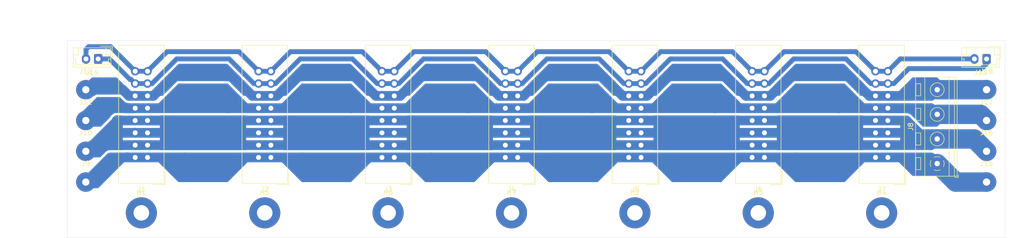
<source format=kicad_pcb>
(kicad_pcb (version 20171130) (host pcbnew "(5.1.5-0-10_14)")

  (general
    (thickness 1.6)
    (drawings 6)
    (tracks 197)
    (zones 0)
    (modules 25)
    (nets 7)
  )

  (page A4)
  (layers
    (0 F.Cu signal)
    (31 B.Cu signal)
    (32 B.Adhes user)
    (33 F.Adhes user)
    (34 B.Paste user)
    (35 F.Paste user)
    (36 B.SilkS user)
    (37 F.SilkS user)
    (38 B.Mask user)
    (39 F.Mask user)
    (40 Dwgs.User user)
    (41 Cmts.User user)
    (42 Eco1.User user)
    (43 Eco2.User user)
    (44 Edge.Cuts user)
    (45 Margin user)
    (46 B.CrtYd user)
    (47 F.CrtYd user)
    (48 B.Fab user)
    (49 F.Fab user)
  )

  (setup
    (last_trace_width 1)
    (user_trace_width 1.5)
    (user_trace_width 2)
    (user_trace_width 4)
    (trace_clearance 0.5)
    (zone_clearance 0.508)
    (zone_45_only no)
    (trace_min 0.2)
    (via_size 0.8)
    (via_drill 0.4)
    (via_min_size 0.4)
    (via_min_drill 0.3)
    (uvia_size 0.3)
    (uvia_drill 0.1)
    (uvias_allowed no)
    (uvia_min_size 0.2)
    (uvia_min_drill 0.1)
    (edge_width 0.05)
    (segment_width 0.2)
    (pcb_text_width 0.3)
    (pcb_text_size 1.5 1.5)
    (mod_edge_width 0.12)
    (mod_text_size 1 1)
    (mod_text_width 0.15)
    (pad_size 1.524 1.524)
    (pad_drill 0.762)
    (pad_to_mask_clearance 0.051)
    (solder_mask_min_width 0.25)
    (aux_axis_origin 0 0)
    (visible_elements FFFFFF7F)
    (pcbplotparams
      (layerselection 0x00000_fffffffe)
      (usegerberextensions false)
      (usegerberattributes false)
      (usegerberadvancedattributes false)
      (creategerberjobfile false)
      (excludeedgelayer false)
      (linewidth 0.100000)
      (plotframeref false)
      (viasonmask false)
      (mode 1)
      (useauxorigin false)
      (hpglpennumber 1)
      (hpglpenspeed 20)
      (hpglpendiameter 15.000000)
      (psnegative false)
      (psa4output false)
      (plotreference true)
      (plotvalue true)
      (plotinvisibletext false)
      (padsonsilk false)
      (subtractmaskfromsilk false)
      (outputformat 4)
      (mirror false)
      (drillshape 1)
      (scaleselection 1)
      (outputdirectory ""))
  )

  (net 0 "")
  (net 1 GND)
  (net 2 GATE)
  (net 3 CV)
  (net 4 +5V)
  (net 5 +12V)
  (net 6 -12V)

  (net_class Default "This is the default net class."
    (clearance 0.5)
    (trace_width 1)
    (via_dia 0.8)
    (via_drill 0.4)
    (uvia_dia 0.3)
    (uvia_drill 0.1)
    (add_net +12V)
    (add_net +5V)
    (add_net -12V)
    (add_net CV)
    (add_net GATE)
    (add_net GND)
  )

  (module Connector_IDC:IDC-Header_2x08_P2.54mm_Vertical (layer F.Cu) (tedit 59DE0341) (tstamp 5E6ED089)
    (at 119.38 99.06 180)
    (descr "Through hole straight IDC box header, 2x08, 2.54mm pitch, double rows")
    (tags "Through hole IDC box header THT 2x08 2.54mm double row")
    (path /5E74B240)
    (fp_text reference J3 (at 1.27 -6.604) (layer F.SilkS)
      (effects (font (size 1 1) (thickness 0.15)))
    )
    (fp_text value Conn_02x08_Odd_Even (at 1.27 24.384) (layer F.Fab)
      (effects (font (size 1 1) (thickness 0.15)))
    )
    (fp_line (start -3.655 -5.6) (end -1.115 -5.6) (layer F.SilkS) (width 0.12))
    (fp_line (start -3.655 -5.6) (end -3.655 -3.06) (layer F.SilkS) (width 0.12))
    (fp_line (start -3.405 -5.35) (end 5.945 -5.35) (layer F.SilkS) (width 0.12))
    (fp_line (start -3.405 23.13) (end -3.405 -5.35) (layer F.SilkS) (width 0.12))
    (fp_line (start 5.945 23.13) (end -3.405 23.13) (layer F.SilkS) (width 0.12))
    (fp_line (start 5.945 -5.35) (end 5.945 23.13) (layer F.SilkS) (width 0.12))
    (fp_line (start -3.41 -5.35) (end 5.95 -5.35) (layer F.CrtYd) (width 0.05))
    (fp_line (start -3.41 23.13) (end -3.41 -5.35) (layer F.CrtYd) (width 0.05))
    (fp_line (start 5.95 23.13) (end -3.41 23.13) (layer F.CrtYd) (width 0.05))
    (fp_line (start 5.95 -5.35) (end 5.95 23.13) (layer F.CrtYd) (width 0.05))
    (fp_line (start -3.155 22.88) (end -2.605 22.32) (layer F.Fab) (width 0.1))
    (fp_line (start -3.155 -5.1) (end -2.605 -4.56) (layer F.Fab) (width 0.1))
    (fp_line (start 5.695 22.88) (end 5.145 22.32) (layer F.Fab) (width 0.1))
    (fp_line (start 5.695 -5.1) (end 5.145 -4.56) (layer F.Fab) (width 0.1))
    (fp_line (start 5.145 22.32) (end -2.605 22.32) (layer F.Fab) (width 0.1))
    (fp_line (start 5.695 22.88) (end -3.155 22.88) (layer F.Fab) (width 0.1))
    (fp_line (start 5.145 -4.56) (end -2.605 -4.56) (layer F.Fab) (width 0.1))
    (fp_line (start 5.695 -5.1) (end -3.155 -5.1) (layer F.Fab) (width 0.1))
    (fp_line (start -2.605 11.14) (end -3.155 11.14) (layer F.Fab) (width 0.1))
    (fp_line (start -2.605 6.64) (end -3.155 6.64) (layer F.Fab) (width 0.1))
    (fp_line (start -2.605 11.14) (end -2.605 22.32) (layer F.Fab) (width 0.1))
    (fp_line (start -2.605 -4.56) (end -2.605 6.64) (layer F.Fab) (width 0.1))
    (fp_line (start -3.155 -5.1) (end -3.155 22.88) (layer F.Fab) (width 0.1))
    (fp_line (start 5.145 -4.56) (end 5.145 22.32) (layer F.Fab) (width 0.1))
    (fp_line (start 5.695 -5.1) (end 5.695 22.88) (layer F.Fab) (width 0.1))
    (fp_text user %R (at 1.27 8.89) (layer F.Fab)
      (effects (font (size 1 1) (thickness 0.15)))
    )
    (pad 16 thru_hole oval (at 2.54 17.78 180) (size 1.7272 1.7272) (drill 1.016) (layers *.Cu *.Mask)
      (net 2 GATE))
    (pad 15 thru_hole oval (at 0 17.78 180) (size 1.7272 1.7272) (drill 1.016) (layers *.Cu *.Mask)
      (net 2 GATE))
    (pad 14 thru_hole oval (at 2.54 15.24 180) (size 1.7272 1.7272) (drill 1.016) (layers *.Cu *.Mask)
      (net 3 CV))
    (pad 13 thru_hole oval (at 0 15.24 180) (size 1.7272 1.7272) (drill 1.016) (layers *.Cu *.Mask)
      (net 3 CV))
    (pad 12 thru_hole oval (at 2.54 12.7 180) (size 1.7272 1.7272) (drill 1.016) (layers *.Cu *.Mask)
      (net 4 +5V))
    (pad 11 thru_hole oval (at 0 12.7 180) (size 1.7272 1.7272) (drill 1.016) (layers *.Cu *.Mask)
      (net 4 +5V))
    (pad 10 thru_hole oval (at 2.54 10.16 180) (size 1.7272 1.7272) (drill 1.016) (layers *.Cu *.Mask)
      (net 5 +12V))
    (pad 9 thru_hole oval (at 0 10.16 180) (size 1.7272 1.7272) (drill 1.016) (layers *.Cu *.Mask)
      (net 5 +12V))
    (pad 8 thru_hole oval (at 2.54 7.62 180) (size 1.7272 1.7272) (drill 1.016) (layers *.Cu *.Mask)
      (net 1 GND))
    (pad 7 thru_hole oval (at 0 7.62 180) (size 1.7272 1.7272) (drill 1.016) (layers *.Cu *.Mask)
      (net 1 GND))
    (pad 6 thru_hole oval (at 2.54 5.08 180) (size 1.7272 1.7272) (drill 1.016) (layers *.Cu *.Mask)
      (net 1 GND))
    (pad 5 thru_hole oval (at 0 5.08 180) (size 1.7272 1.7272) (drill 1.016) (layers *.Cu *.Mask)
      (net 1 GND))
    (pad 4 thru_hole oval (at 2.54 2.54 180) (size 1.7272 1.7272) (drill 1.016) (layers *.Cu *.Mask)
      (net 1 GND))
    (pad 3 thru_hole oval (at 0 2.54 180) (size 1.7272 1.7272) (drill 1.016) (layers *.Cu *.Mask)
      (net 1 GND))
    (pad 2 thru_hole oval (at 2.54 0 180) (size 1.7272 1.7272) (drill 1.016) (layers *.Cu *.Mask)
      (net 6 -12V))
    (pad 1 thru_hole rect (at 0 0 180) (size 1.7272 1.7272) (drill 1.016) (layers *.Cu *.Mask)
      (net 6 -12V))
    (model ${KISYS3DMOD}/Connector_IDC.3dshapes/IDC-Header_2x08_P2.54mm_Vertical.wrl
      (at (xyz 0 0 0))
      (scale (xyz 1 1 1))
      (rotate (xyz 0 0 0))
    )
  )

  (module My_MountingHole:MountingHole_3.2mm_M3_Pad (layer F.Cu) (tedit 5E6F54A6) (tstamp 5E6FED71)
    (at 143.51 110.49)
    (descr "Mounting Hole 3.2mm, M3")
    (tags "mounting hole 3.2mm m3")
    (path /5E748391)
    (attr virtual)
    (fp_text reference H7 (at 0 -4.2) (layer F.SilkS)
      (effects (font (size 1 1) (thickness 0.15)))
    )
    (fp_text value MountingHole (at 0 4.2) (layer F.Fab)
      (effects (font (size 1 1) (thickness 0.15)))
    )
    (fp_circle (center 0 0) (end 3.45 0) (layer F.CrtYd) (width 0.05))
    (fp_circle (center 0 0) (end 3.2 0) (layer Cmts.User) (width 0.15))
    (fp_text user %R (at 0.3 0) (layer F.Fab)
      (effects (font (size 1 1) (thickness 0.15)))
    )
    (pad 1 thru_hole circle (at 0 0) (size 6.4 6.4) (drill 3.2) (layers *.Cu *.Mask)
      (clearance 1.8))
  )

  (module My_MountingHole:MountingHole_3.2mm_M3_Pad (layer F.Cu) (tedit 5E6F54A6) (tstamp 5E6FED69)
    (at 118.11 110.49)
    (descr "Mounting Hole 3.2mm, M3")
    (tags "mounting hole 3.2mm m3")
    (path /5E74838B)
    (attr virtual)
    (fp_text reference H6 (at 0 -4.2) (layer F.SilkS)
      (effects (font (size 1 1) (thickness 0.15)))
    )
    (fp_text value MountingHole (at 0 4.2) (layer F.Fab)
      (effects (font (size 1 1) (thickness 0.15)))
    )
    (fp_circle (center 0 0) (end 3.45 0) (layer F.CrtYd) (width 0.05))
    (fp_circle (center 0 0) (end 3.2 0) (layer Cmts.User) (width 0.15))
    (fp_text user %R (at 0.3 0) (layer F.Fab)
      (effects (font (size 1 1) (thickness 0.15)))
    )
    (pad 1 thru_hole circle (at 0 0) (size 6.4 6.4) (drill 3.2) (layers *.Cu *.Mask)
      (clearance 1.8))
  )

  (module My_MountingHole:MountingHole_3.2mm_M3_Pad (layer F.Cu) (tedit 5E6F54A6) (tstamp 5E6FED61)
    (at 92.71 110.49)
    (descr "Mounting Hole 3.2mm, M3")
    (tags "mounting hole 3.2mm m3")
    (path /5E748385)
    (attr virtual)
    (fp_text reference H5 (at 0 -4.2) (layer F.SilkS)
      (effects (font (size 1 1) (thickness 0.15)))
    )
    (fp_text value MountingHole (at 0 4.2) (layer F.Fab)
      (effects (font (size 1 1) (thickness 0.15)))
    )
    (fp_circle (center 0 0) (end 3.45 0) (layer F.CrtYd) (width 0.05))
    (fp_circle (center 0 0) (end 3.2 0) (layer Cmts.User) (width 0.15))
    (fp_text user %R (at 0.3 0) (layer F.Fab)
      (effects (font (size 1 1) (thickness 0.15)))
    )
    (pad 1 thru_hole circle (at 0 0) (size 6.4 6.4) (drill 3.2) (layers *.Cu *.Mask)
      (clearance 1.8))
  )

  (module Connector_JST:JST_EH_B2B-EH-A_1x02_P2.50mm_Vertical (layer F.Cu) (tedit 5C28142C) (tstamp 5E6FD284)
    (at 58.42 78.74 180)
    (descr "JST EH series connector, B2B-EH-A (http://www.jst-mfg.com/product/pdf/eng/eEH.pdf), generated with kicad-footprint-generator")
    (tags "connector JST EH vertical")
    (path /5E71059B)
    (fp_text reference J14 (at 1.25 -2.8) (layer F.SilkS)
      (effects (font (size 1 1) (thickness 0.15)))
    )
    (fp_text value Conn_01x02 (at 1.25 3.4) (layer F.Fab)
      (effects (font (size 1 1) (thickness 0.15)))
    )
    (fp_text user %R (at 1.25 1.5) (layer F.Fab)
      (effects (font (size 1 1) (thickness 0.15)))
    )
    (fp_line (start -2.91 2.61) (end -0.41 2.61) (layer F.Fab) (width 0.1))
    (fp_line (start -2.91 0.11) (end -2.91 2.61) (layer F.Fab) (width 0.1))
    (fp_line (start -2.91 2.61) (end -0.41 2.61) (layer F.SilkS) (width 0.12))
    (fp_line (start -2.91 0.11) (end -2.91 2.61) (layer F.SilkS) (width 0.12))
    (fp_line (start 4.11 0.81) (end 4.11 2.31) (layer F.SilkS) (width 0.12))
    (fp_line (start 5.11 0.81) (end 4.11 0.81) (layer F.SilkS) (width 0.12))
    (fp_line (start -1.61 0.81) (end -1.61 2.31) (layer F.SilkS) (width 0.12))
    (fp_line (start -2.61 0.81) (end -1.61 0.81) (layer F.SilkS) (width 0.12))
    (fp_line (start 4.61 0) (end 5.11 0) (layer F.SilkS) (width 0.12))
    (fp_line (start 4.61 -1.21) (end 4.61 0) (layer F.SilkS) (width 0.12))
    (fp_line (start -2.11 -1.21) (end 4.61 -1.21) (layer F.SilkS) (width 0.12))
    (fp_line (start -2.11 0) (end -2.11 -1.21) (layer F.SilkS) (width 0.12))
    (fp_line (start -2.61 0) (end -2.11 0) (layer F.SilkS) (width 0.12))
    (fp_line (start 5.11 -1.71) (end -2.61 -1.71) (layer F.SilkS) (width 0.12))
    (fp_line (start 5.11 2.31) (end 5.11 -1.71) (layer F.SilkS) (width 0.12))
    (fp_line (start -2.61 2.31) (end 5.11 2.31) (layer F.SilkS) (width 0.12))
    (fp_line (start -2.61 -1.71) (end -2.61 2.31) (layer F.SilkS) (width 0.12))
    (fp_line (start 5.5 -2.1) (end -3 -2.1) (layer F.CrtYd) (width 0.05))
    (fp_line (start 5.5 2.7) (end 5.5 -2.1) (layer F.CrtYd) (width 0.05))
    (fp_line (start -3 2.7) (end 5.5 2.7) (layer F.CrtYd) (width 0.05))
    (fp_line (start -3 -2.1) (end -3 2.7) (layer F.CrtYd) (width 0.05))
    (fp_line (start 5 -1.6) (end -2.5 -1.6) (layer F.Fab) (width 0.1))
    (fp_line (start 5 2.2) (end 5 -1.6) (layer F.Fab) (width 0.1))
    (fp_line (start -2.5 2.2) (end 5 2.2) (layer F.Fab) (width 0.1))
    (fp_line (start -2.5 -1.6) (end -2.5 2.2) (layer F.Fab) (width 0.1))
    (pad 2 thru_hole oval (at 2.5 0 180) (size 1.7 2) (drill 1) (layers *.Cu *.Mask)
      (net 2 GATE))
    (pad 1 thru_hole roundrect (at 0 0 180) (size 1.7 2) (drill 1) (layers *.Cu *.Mask) (roundrect_rratio 0.147059)
      (net 3 CV))
    (model ${KISYS3DMOD}/Connector_JST.3dshapes/JST_EH_B2B-EH-A_1x02_P2.50mm_Vertical.wrl
      (at (xyz 0 0 0))
      (scale (xyz 1 1 1))
      (rotate (xyz 0 0 0))
    )
  )

  (module Connector_JST:JST_EH_B2B-EH-A_1x02_P2.50mm_Vertical (layer F.Cu) (tedit 5C28142C) (tstamp 5E7003A6)
    (at 241.3 78.74 180)
    (descr "JST EH series connector, B2B-EH-A (http://www.jst-mfg.com/product/pdf/eng/eEH.pdf), generated with kicad-footprint-generator")
    (tags "connector JST EH vertical")
    (path /5E70E551)
    (fp_text reference J13 (at 1.25 -2.8) (layer F.SilkS)
      (effects (font (size 1 1) (thickness 0.15)))
    )
    (fp_text value Conn_01x02 (at 1.25 3.4) (layer F.Fab)
      (effects (font (size 1 1) (thickness 0.15)))
    )
    (fp_text user %R (at 1.25 1.5) (layer F.Fab)
      (effects (font (size 1 1) (thickness 0.15)))
    )
    (fp_line (start -2.91 2.61) (end -0.41 2.61) (layer F.Fab) (width 0.1))
    (fp_line (start -2.91 0.11) (end -2.91 2.61) (layer F.Fab) (width 0.1))
    (fp_line (start -2.91 2.61) (end -0.41 2.61) (layer F.SilkS) (width 0.12))
    (fp_line (start -2.91 0.11) (end -2.91 2.61) (layer F.SilkS) (width 0.12))
    (fp_line (start 4.11 0.81) (end 4.11 2.31) (layer F.SilkS) (width 0.12))
    (fp_line (start 5.11 0.81) (end 4.11 0.81) (layer F.SilkS) (width 0.12))
    (fp_line (start -1.61 0.81) (end -1.61 2.31) (layer F.SilkS) (width 0.12))
    (fp_line (start -2.61 0.81) (end -1.61 0.81) (layer F.SilkS) (width 0.12))
    (fp_line (start 4.61 0) (end 5.11 0) (layer F.SilkS) (width 0.12))
    (fp_line (start 4.61 -1.21) (end 4.61 0) (layer F.SilkS) (width 0.12))
    (fp_line (start -2.11 -1.21) (end 4.61 -1.21) (layer F.SilkS) (width 0.12))
    (fp_line (start -2.11 0) (end -2.11 -1.21) (layer F.SilkS) (width 0.12))
    (fp_line (start -2.61 0) (end -2.11 0) (layer F.SilkS) (width 0.12))
    (fp_line (start 5.11 -1.71) (end -2.61 -1.71) (layer F.SilkS) (width 0.12))
    (fp_line (start 5.11 2.31) (end 5.11 -1.71) (layer F.SilkS) (width 0.12))
    (fp_line (start -2.61 2.31) (end 5.11 2.31) (layer F.SilkS) (width 0.12))
    (fp_line (start -2.61 -1.71) (end -2.61 2.31) (layer F.SilkS) (width 0.12))
    (fp_line (start 5.5 -2.1) (end -3 -2.1) (layer F.CrtYd) (width 0.05))
    (fp_line (start 5.5 2.7) (end 5.5 -2.1) (layer F.CrtYd) (width 0.05))
    (fp_line (start -3 2.7) (end 5.5 2.7) (layer F.CrtYd) (width 0.05))
    (fp_line (start -3 -2.1) (end -3 2.7) (layer F.CrtYd) (width 0.05))
    (fp_line (start 5 -1.6) (end -2.5 -1.6) (layer F.Fab) (width 0.1))
    (fp_line (start 5 2.2) (end 5 -1.6) (layer F.Fab) (width 0.1))
    (fp_line (start -2.5 2.2) (end 5 2.2) (layer F.Fab) (width 0.1))
    (fp_line (start -2.5 -1.6) (end -2.5 2.2) (layer F.Fab) (width 0.1))
    (pad 2 thru_hole oval (at 2.5 0 180) (size 1.7 2) (drill 1) (layers *.Cu *.Mask)
      (net 2 GATE))
    (pad 1 thru_hole roundrect (at 0 0 180) (size 1.7 2) (drill 1) (layers *.Cu *.Mask) (roundrect_rratio 0.147059)
      (net 3 CV))
    (model ${KISYS3DMOD}/Connector_JST.3dshapes/JST_EH_B2B-EH-A_1x02_P2.50mm_Vertical.wrl
      (at (xyz 0 0 0))
      (scale (xyz 1 1 1))
      (rotate (xyz 0 0 0))
    )
  )

  (module My_MountingHole:MountingHole_3.2mm_M3_Pad (layer F.Cu) (tedit 5E6F54A6) (tstamp 5E6FA8E7)
    (at 219.71 110.49)
    (descr "Mounting Hole 3.2mm, M3")
    (tags "mounting hole 3.2mm m3")
    (path /5E6F9F59)
    (attr virtual)
    (fp_text reference H4 (at 0 -4.2) (layer F.SilkS)
      (effects (font (size 1 1) (thickness 0.15)))
    )
    (fp_text value MountingHole (at 0 4.2) (layer F.Fab)
      (effects (font (size 1 1) (thickness 0.15)))
    )
    (fp_circle (center 0 0) (end 3.45 0) (layer F.CrtYd) (width 0.05))
    (fp_circle (center 0 0) (end 3.2 0) (layer Cmts.User) (width 0.15))
    (fp_text user %R (at 0.3 0) (layer F.Fab)
      (effects (font (size 1 1) (thickness 0.15)))
    )
    (pad 1 thru_hole circle (at 0 0) (size 6.4 6.4) (drill 3.2) (layers *.Cu *.Mask)
      (clearance 1.8))
  )

  (module My_MountingHole:MountingHole_3.2mm_M3_Pad (layer F.Cu) (tedit 5E6F54A6) (tstamp 5E6FA8DF)
    (at 194.31 110.49)
    (descr "Mounting Hole 3.2mm, M3")
    (tags "mounting hole 3.2mm m3")
    (path /5E6F87E7)
    (attr virtual)
    (fp_text reference H3 (at 0 -4.2) (layer F.SilkS)
      (effects (font (size 1 1) (thickness 0.15)))
    )
    (fp_text value MountingHole (at 0 4.2) (layer F.Fab)
      (effects (font (size 1 1) (thickness 0.15)))
    )
    (fp_circle (center 0 0) (end 3.45 0) (layer F.CrtYd) (width 0.05))
    (fp_circle (center 0 0) (end 3.2 0) (layer Cmts.User) (width 0.15))
    (fp_text user %R (at 0.3 0) (layer F.Fab)
      (effects (font (size 1 1) (thickness 0.15)))
    )
    (pad 1 thru_hole circle (at 0 0) (size 6.4 6.4) (drill 3.2) (layers *.Cu *.Mask)
      (clearance 1.8))
  )

  (module My_MountingHole:MountingHole_3.2mm_M3_Pad (layer F.Cu) (tedit 5E6F54A6) (tstamp 5E6FAE94)
    (at 168.91 110.49)
    (descr "Mounting Hole 3.2mm, M3")
    (tags "mounting hole 3.2mm m3")
    (path /5E6F80B5)
    (attr virtual)
    (fp_text reference H2 (at 0 -4.2) (layer F.SilkS)
      (effects (font (size 1 1) (thickness 0.15)))
    )
    (fp_text value MountingHole (at 0 4.2) (layer F.Fab)
      (effects (font (size 1 1) (thickness 0.15)))
    )
    (fp_circle (center 0 0) (end 3.45 0) (layer F.CrtYd) (width 0.05))
    (fp_circle (center 0 0) (end 3.2 0) (layer Cmts.User) (width 0.15))
    (fp_text user %R (at 0.3 0) (layer F.Fab)
      (effects (font (size 1 1) (thickness 0.15)))
    )
    (pad 1 thru_hole circle (at 0 0) (size 6.4 6.4) (drill 3.2) (layers *.Cu *.Mask)
      (clearance 1.8))
  )

  (module My_MountingHole:MountingHole_3.2mm_M3_Pad (layer F.Cu) (tedit 5E6F54A6) (tstamp 5E6FAF16)
    (at 67.31 110.49)
    (descr "Mounting Hole 3.2mm, M3")
    (tags "mounting hole 3.2mm m3")
    (path /5E6F7091)
    (attr virtual)
    (fp_text reference H1 (at 0 -4.2) (layer F.SilkS)
      (effects (font (size 1 1) (thickness 0.15)))
    )
    (fp_text value MountingHole (at 0 4.2) (layer F.Fab)
      (effects (font (size 1 1) (thickness 0.15)))
    )
    (fp_circle (center 0 0) (end 3.45 0) (layer F.CrtYd) (width 0.05))
    (fp_circle (center 0 0) (end 3.2 0) (layer Cmts.User) (width 0.15))
    (fp_text user %R (at 0.3 0) (layer F.Fab)
      (effects (font (size 1 1) (thickness 0.15)))
    )
    (pad 1 thru_hole circle (at 0 0) (size 6.4 6.4) (drill 3.2) (layers *.Cu *.Mask)
      (clearance 1.8))
  )

  (module Connector_Wire:SolderWirePad_1x01_Drill1.5mm (layer F.Cu) (tedit 5AEE5EB3) (tstamp 5E7003F0)
    (at 241.3 85.09)
    (descr "Wire solder connection")
    (tags connector)
    (path /5E7A93C3)
    (attr virtual)
    (fp_text reference J18 (at 0 -3.81) (layer F.SilkS)
      (effects (font (size 1 1) (thickness 0.15)))
    )
    (fp_text value Conn_01x01_Female (at 0 3.81) (layer F.Fab)
      (effects (font (size 1 1) (thickness 0.15)))
    )
    (fp_line (start 2.5 2.5) (end -2.5 2.5) (layer F.CrtYd) (width 0.05))
    (fp_line (start 2.5 2.5) (end 2.5 -2.5) (layer F.CrtYd) (width 0.05))
    (fp_line (start -2.5 -2.5) (end -2.5 2.5) (layer F.CrtYd) (width 0.05))
    (fp_line (start -2.5 -2.5) (end 2.5 -2.5) (layer F.CrtYd) (width 0.05))
    (fp_text user %R (at 0 0) (layer F.Fab)
      (effects (font (size 1 1) (thickness 0.15)))
    )
    (pad 1 thru_hole circle (at 0 0) (size 4.0005 4.0005) (drill 1.50114) (layers *.Cu *.Mask)
      (net 4 +5V))
  )

  (module Connector_Wire:SolderWirePad_1x01_Drill1.5mm (layer F.Cu) (tedit 5AEE5EB3) (tstamp 5E700252)
    (at 241.3 91.44)
    (descr "Wire solder connection")
    (tags connector)
    (path /5E7A93BD)
    (attr virtual)
    (fp_text reference J17 (at 0 -3.81) (layer F.SilkS)
      (effects (font (size 1 1) (thickness 0.15)))
    )
    (fp_text value Conn_01x01_Female (at 0 3.81) (layer F.Fab)
      (effects (font (size 1 1) (thickness 0.15)))
    )
    (fp_line (start 2.5 2.5) (end -2.5 2.5) (layer F.CrtYd) (width 0.05))
    (fp_line (start 2.5 2.5) (end 2.5 -2.5) (layer F.CrtYd) (width 0.05))
    (fp_line (start -2.5 -2.5) (end -2.5 2.5) (layer F.CrtYd) (width 0.05))
    (fp_line (start -2.5 -2.5) (end 2.5 -2.5) (layer F.CrtYd) (width 0.05))
    (fp_text user %R (at 0 0) (layer F.Fab)
      (effects (font (size 1 1) (thickness 0.15)))
    )
    (pad 1 thru_hole circle (at 0 0) (size 4.0005 4.0005) (drill 1.50114) (layers *.Cu *.Mask)
      (net 5 +12V))
  )

  (module Connector_Wire:SolderWirePad_1x01_Drill1.5mm (layer F.Cu) (tedit 5AEE5EB3) (tstamp 5E700237)
    (at 241.3 97.79)
    (descr "Wire solder connection")
    (tags connector)
    (path /5E7A93B7)
    (attr virtual)
    (fp_text reference J16 (at 0 -3.81) (layer F.SilkS)
      (effects (font (size 1 1) (thickness 0.15)))
    )
    (fp_text value Conn_01x01_Female (at 0 3.81) (layer F.Fab)
      (effects (font (size 1 1) (thickness 0.15)))
    )
    (fp_line (start 2.5 2.5) (end -2.5 2.5) (layer F.CrtYd) (width 0.05))
    (fp_line (start 2.5 2.5) (end 2.5 -2.5) (layer F.CrtYd) (width 0.05))
    (fp_line (start -2.5 -2.5) (end -2.5 2.5) (layer F.CrtYd) (width 0.05))
    (fp_line (start -2.5 -2.5) (end 2.5 -2.5) (layer F.CrtYd) (width 0.05))
    (fp_text user %R (at 0 0) (layer F.Fab)
      (effects (font (size 1 1) (thickness 0.15)))
    )
    (pad 1 thru_hole circle (at 0 0) (size 4.0005 4.0005) (drill 1.50114) (layers *.Cu *.Mask)
      (net 1 GND))
  )

  (module Connector_Wire:SolderWirePad_1x01_Drill1.5mm (layer F.Cu) (tedit 5AEE5EB3) (tstamp 5E70040B)
    (at 241.3 104.14)
    (descr "Wire solder connection")
    (tags connector)
    (path /5E7A93B1)
    (attr virtual)
    (fp_text reference J15 (at 0 -3.81) (layer F.SilkS)
      (effects (font (size 1 1) (thickness 0.15)))
    )
    (fp_text value Conn_01x01_Female (at 0 3.81) (layer F.Fab)
      (effects (font (size 1 1) (thickness 0.15)))
    )
    (fp_line (start 2.5 2.5) (end -2.5 2.5) (layer F.CrtYd) (width 0.05))
    (fp_line (start 2.5 2.5) (end 2.5 -2.5) (layer F.CrtYd) (width 0.05))
    (fp_line (start -2.5 -2.5) (end -2.5 2.5) (layer F.CrtYd) (width 0.05))
    (fp_line (start -2.5 -2.5) (end 2.5 -2.5) (layer F.CrtYd) (width 0.05))
    (fp_text user %R (at 0 0) (layer F.Fab)
      (effects (font (size 1 1) (thickness 0.15)))
    )
    (pad 1 thru_hole circle (at 0 0) (size 4.0005 4.0005) (drill 1.50114) (layers *.Cu *.Mask)
      (net 6 -12V))
  )

  (module Connector_Wire:SolderWirePad_1x01_Drill1.5mm (layer F.Cu) (tedit 5AEE5EB3) (tstamp 5E6EF6CA)
    (at 55.88 85.09)
    (descr "Wire solder connection")
    (tags connector)
    (path /5E7A1E05)
    (attr virtual)
    (fp_text reference J12 (at 0 -3.81) (layer F.SilkS)
      (effects (font (size 1 1) (thickness 0.15)))
    )
    (fp_text value Conn_01x01_Female (at 0 3.81) (layer F.Fab)
      (effects (font (size 1 1) (thickness 0.15)))
    )
    (fp_line (start 2.5 2.5) (end -2.5 2.5) (layer F.CrtYd) (width 0.05))
    (fp_line (start 2.5 2.5) (end 2.5 -2.5) (layer F.CrtYd) (width 0.05))
    (fp_line (start -2.5 -2.5) (end -2.5 2.5) (layer F.CrtYd) (width 0.05))
    (fp_line (start -2.5 -2.5) (end 2.5 -2.5) (layer F.CrtYd) (width 0.05))
    (fp_text user %R (at 0 0) (layer F.Fab)
      (effects (font (size 1 1) (thickness 0.15)))
    )
    (pad 1 thru_hole circle (at 0 0) (size 4.0005 4.0005) (drill 1.50114) (layers *.Cu *.Mask)
      (net 4 +5V))
  )

  (module Connector_Wire:SolderWirePad_1x01_Drill1.5mm (layer F.Cu) (tedit 5AEE5EB3) (tstamp 5E6EF6C0)
    (at 55.88 91.44)
    (descr "Wire solder connection")
    (tags connector)
    (path /5E7A1B0B)
    (attr virtual)
    (fp_text reference J11 (at 0 -3.81) (layer F.SilkS)
      (effects (font (size 1 1) (thickness 0.15)))
    )
    (fp_text value Conn_01x01_Female (at 0 3.81) (layer F.Fab)
      (effects (font (size 1 1) (thickness 0.15)))
    )
    (fp_line (start 2.5 2.5) (end -2.5 2.5) (layer F.CrtYd) (width 0.05))
    (fp_line (start 2.5 2.5) (end 2.5 -2.5) (layer F.CrtYd) (width 0.05))
    (fp_line (start -2.5 -2.5) (end -2.5 2.5) (layer F.CrtYd) (width 0.05))
    (fp_line (start -2.5 -2.5) (end 2.5 -2.5) (layer F.CrtYd) (width 0.05))
    (fp_text user %R (at 0 0) (layer F.Fab)
      (effects (font (size 1 1) (thickness 0.15)))
    )
    (pad 1 thru_hole circle (at 0 0) (size 4.0005 4.0005) (drill 1.50114) (layers *.Cu *.Mask)
      (net 5 +12V))
  )

  (module Connector_Wire:SolderWirePad_1x01_Drill1.5mm (layer F.Cu) (tedit 5AEE5EB3) (tstamp 5E6EF6B6)
    (at 55.88 97.79)
    (descr "Wire solder connection")
    (tags connector)
    (path /5E7A1619)
    (attr virtual)
    (fp_text reference J10 (at 0 -3.81) (layer F.SilkS)
      (effects (font (size 1 1) (thickness 0.15)))
    )
    (fp_text value Conn_01x01_Female (at 0 3.81) (layer F.Fab)
      (effects (font (size 1 1) (thickness 0.15)))
    )
    (fp_line (start 2.5 2.5) (end -2.5 2.5) (layer F.CrtYd) (width 0.05))
    (fp_line (start 2.5 2.5) (end 2.5 -2.5) (layer F.CrtYd) (width 0.05))
    (fp_line (start -2.5 -2.5) (end -2.5 2.5) (layer F.CrtYd) (width 0.05))
    (fp_line (start -2.5 -2.5) (end 2.5 -2.5) (layer F.CrtYd) (width 0.05))
    (fp_text user %R (at 0 0) (layer F.Fab)
      (effects (font (size 1 1) (thickness 0.15)))
    )
    (pad 1 thru_hole circle (at 0 0) (size 4.0005 4.0005) (drill 1.50114) (layers *.Cu *.Mask)
      (net 1 GND))
  )

  (module Connector_Wire:SolderWirePad_1x01_Drill1.5mm (layer F.Cu) (tedit 5AEE5EB3) (tstamp 5E6EF6AC)
    (at 55.88 104.14)
    (descr "Wire solder connection")
    (tags connector)
    (path /5E7A1430)
    (attr virtual)
    (fp_text reference J9 (at 0 -3.81) (layer F.SilkS)
      (effects (font (size 1 1) (thickness 0.15)))
    )
    (fp_text value Conn_01x01_Female (at 0 3.81) (layer F.Fab)
      (effects (font (size 1 1) (thickness 0.15)))
    )
    (fp_line (start 2.5 2.5) (end -2.5 2.5) (layer F.CrtYd) (width 0.05))
    (fp_line (start 2.5 2.5) (end 2.5 -2.5) (layer F.CrtYd) (width 0.05))
    (fp_line (start -2.5 -2.5) (end -2.5 2.5) (layer F.CrtYd) (width 0.05))
    (fp_line (start -2.5 -2.5) (end 2.5 -2.5) (layer F.CrtYd) (width 0.05))
    (fp_text user %R (at 0 0) (layer F.Fab)
      (effects (font (size 1 1) (thickness 0.15)))
    )
    (pad 1 thru_hole circle (at 0 0) (size 4.0005 4.0005) (drill 1.50114) (layers *.Cu *.Mask)
      (net 6 -12V))
  )

  (module TerminalBlock_RND:TerminalBlock_RND_205-00234_1x04_P5.08mm_Horizontal (layer F.Cu) (tedit 5B294F40) (tstamp 5E7002CA)
    (at 231.14 100.33 90)
    (descr "terminal block RND 205-00234, 4 pins, pitch 5.08mm, size 20.3x8.45mm^2, drill diamater 1.1mm, pad diameter 2.1mm, see http://cdn-reichelt.de/documents/datenblatt/C151/RND_205-00232_DB_EN.pdf, script-generated using https://github.com/pointhi/kicad-footprint-generator/scripts/TerminalBlock_RND")
    (tags "THT terminal block RND 205-00234 pitch 5.08mm size 20.3x8.45mm^2 drill 1.1mm pad 2.1mm")
    (path /5E77EF07)
    (fp_text reference J8 (at 7.62 -5.46 90) (layer F.SilkS)
      (effects (font (size 1 1) (thickness 0.15)))
    )
    (fp_text value Screw_Terminal_01x04 (at 7.62 5.11 90) (layer F.Fab)
      (effects (font (size 1 1) (thickness 0.15)))
    )
    (fp_text user %R (at 7.62 -5.46 90) (layer F.Fab)
      (effects (font (size 1 1) (thickness 0.15)))
    )
    (fp_line (start 18.28 -4.9) (end -3.04 -4.9) (layer F.CrtYd) (width 0.05))
    (fp_line (start 18.28 4.55) (end 18.28 -4.9) (layer F.CrtYd) (width 0.05))
    (fp_line (start -3.04 4.55) (end 18.28 4.55) (layer F.CrtYd) (width 0.05))
    (fp_line (start -3.04 -4.9) (end -3.04 4.55) (layer F.CrtYd) (width 0.05))
    (fp_line (start -2.84 4.35) (end -2.34 4.35) (layer F.SilkS) (width 0.12))
    (fp_line (start -2.84 3.61) (end -2.84 4.35) (layer F.SilkS) (width 0.12))
    (fp_line (start 16.49 -4.4) (end 16.49 -3.4) (layer F.SilkS) (width 0.12))
    (fp_line (start 13.99 -4.4) (end 13.99 -3.4) (layer F.SilkS) (width 0.12))
    (fp_line (start 13.99 -3.4) (end 16.49 -3.4) (layer F.SilkS) (width 0.12))
    (fp_line (start 13.99 -4.4) (end 16.49 -4.4) (layer F.SilkS) (width 0.12))
    (fp_line (start 16.49 -4.4) (end 13.99 -4.4) (layer F.Fab) (width 0.1))
    (fp_line (start 16.49 -3.4) (end 16.49 -4.4) (layer F.Fab) (width 0.1))
    (fp_line (start 13.99 -3.4) (end 16.49 -3.4) (layer F.Fab) (width 0.1))
    (fp_line (start 13.99 -4.4) (end 13.99 -3.4) (layer F.Fab) (width 0.1))
    (fp_line (start 14.216 0.85) (end 14.156 0.91) (layer F.SilkS) (width 0.12))
    (fp_line (start 16.151 -1.085) (end 16.111 -1.045) (layer F.SilkS) (width 0.12))
    (fp_line (start 14.37 1.045) (end 14.33 1.085) (layer F.SilkS) (width 0.12))
    (fp_line (start 16.325 -0.91) (end 16.265 -0.851) (layer F.SilkS) (width 0.12))
    (fp_line (start 16.036 -0.948) (end 14.292 0.796) (layer F.Fab) (width 0.1))
    (fp_line (start 16.189 -0.796) (end 14.445 0.948) (layer F.Fab) (width 0.1))
    (fp_line (start 11.41 -4.4) (end 11.41 -3.4) (layer F.SilkS) (width 0.12))
    (fp_line (start 8.91 -4.4) (end 8.91 -3.4) (layer F.SilkS) (width 0.12))
    (fp_line (start 8.91 -3.4) (end 11.41 -3.4) (layer F.SilkS) (width 0.12))
    (fp_line (start 8.91 -4.4) (end 11.41 -4.4) (layer F.SilkS) (width 0.12))
    (fp_line (start 11.41 -4.4) (end 8.91 -4.4) (layer F.Fab) (width 0.1))
    (fp_line (start 11.41 -3.4) (end 11.41 -4.4) (layer F.Fab) (width 0.1))
    (fp_line (start 8.91 -3.4) (end 11.41 -3.4) (layer F.Fab) (width 0.1))
    (fp_line (start 8.91 -4.4) (end 8.91 -3.4) (layer F.Fab) (width 0.1))
    (fp_line (start 9.136 0.85) (end 9.076 0.91) (layer F.SilkS) (width 0.12))
    (fp_line (start 11.071 -1.085) (end 11.031 -1.045) (layer F.SilkS) (width 0.12))
    (fp_line (start 9.29 1.045) (end 9.25 1.085) (layer F.SilkS) (width 0.12))
    (fp_line (start 11.245 -0.91) (end 11.185 -0.851) (layer F.SilkS) (width 0.12))
    (fp_line (start 10.956 -0.948) (end 9.212 0.796) (layer F.Fab) (width 0.1))
    (fp_line (start 11.109 -0.796) (end 9.365 0.948) (layer F.Fab) (width 0.1))
    (fp_line (start 6.33 -4.4) (end 6.33 -3.4) (layer F.SilkS) (width 0.12))
    (fp_line (start 3.83 -4.4) (end 3.83 -3.4) (layer F.SilkS) (width 0.12))
    (fp_line (start 3.83 -3.4) (end 6.33 -3.4) (layer F.SilkS) (width 0.12))
    (fp_line (start 3.83 -4.4) (end 6.33 -4.4) (layer F.SilkS) (width 0.12))
    (fp_line (start 6.33 -4.4) (end 3.83 -4.4) (layer F.Fab) (width 0.1))
    (fp_line (start 6.33 -3.4) (end 6.33 -4.4) (layer F.Fab) (width 0.1))
    (fp_line (start 3.83 -3.4) (end 6.33 -3.4) (layer F.Fab) (width 0.1))
    (fp_line (start 3.83 -4.4) (end 3.83 -3.4) (layer F.Fab) (width 0.1))
    (fp_line (start 4.056 0.85) (end 3.996 0.91) (layer F.SilkS) (width 0.12))
    (fp_line (start 5.991 -1.085) (end 5.951 -1.045) (layer F.SilkS) (width 0.12))
    (fp_line (start 4.21 1.045) (end 4.17 1.085) (layer F.SilkS) (width 0.12))
    (fp_line (start 6.165 -0.91) (end 6.105 -0.851) (layer F.SilkS) (width 0.12))
    (fp_line (start 5.876 -0.948) (end 4.132 0.796) (layer F.Fab) (width 0.1))
    (fp_line (start 6.029 -0.796) (end 4.285 0.948) (layer F.Fab) (width 0.1))
    (fp_line (start 1.25 -4.4) (end 1.25 -3.4) (layer F.SilkS) (width 0.12))
    (fp_line (start -1.25 -4.4) (end -1.25 -3.4) (layer F.SilkS) (width 0.12))
    (fp_line (start -1.25 -3.4) (end 1.25 -3.4) (layer F.SilkS) (width 0.12))
    (fp_line (start -1.25 -4.4) (end 1.25 -4.4) (layer F.SilkS) (width 0.12))
    (fp_line (start 1.25 -4.4) (end -1.25 -4.4) (layer F.Fab) (width 0.1))
    (fp_line (start 1.25 -3.4) (end 1.25 -4.4) (layer F.Fab) (width 0.1))
    (fp_line (start -1.25 -3.4) (end 1.25 -3.4) (layer F.Fab) (width 0.1))
    (fp_line (start -1.25 -4.4) (end -1.25 -3.4) (layer F.Fab) (width 0.1))
    (fp_line (start 0.796 -0.948) (end -0.949 0.796) (layer F.Fab) (width 0.1))
    (fp_line (start 0.949 -0.796) (end -0.796 0.948) (layer F.Fab) (width 0.1))
    (fp_line (start 17.84 -4.46) (end 17.84 4.11) (layer F.SilkS) (width 0.12))
    (fp_line (start -2.6 -4.46) (end -2.6 4.11) (layer F.SilkS) (width 0.12))
    (fp_line (start -2.6 4.11) (end 17.84 4.11) (layer F.SilkS) (width 0.12))
    (fp_line (start -2.6 -4.46) (end 17.84 -4.46) (layer F.SilkS) (width 0.12))
    (fp_line (start -2.6 -2.55) (end 17.84 -2.55) (layer F.SilkS) (width 0.12))
    (fp_line (start -2.54 -2.55) (end 17.78 -2.55) (layer F.Fab) (width 0.1))
    (fp_line (start -2.6 2.45) (end 17.84 2.45) (layer F.SilkS) (width 0.12))
    (fp_line (start -2.54 2.45) (end 17.78 2.45) (layer F.Fab) (width 0.1))
    (fp_line (start -2.6 3.55) (end 17.84 3.55) (layer F.SilkS) (width 0.12))
    (fp_line (start -2.54 3.55) (end 17.78 3.55) (layer F.Fab) (width 0.1))
    (fp_line (start -2.54 3.55) (end -2.54 -4.4) (layer F.Fab) (width 0.1))
    (fp_line (start -2.04 4.05) (end -2.54 3.55) (layer F.Fab) (width 0.1))
    (fp_line (start 17.78 4.05) (end -2.04 4.05) (layer F.Fab) (width 0.1))
    (fp_line (start 17.78 -4.4) (end 17.78 4.05) (layer F.Fab) (width 0.1))
    (fp_line (start -2.54 -4.4) (end 17.78 -4.4) (layer F.Fab) (width 0.1))
    (fp_circle (center 15.24 0) (end 16.67 0) (layer F.SilkS) (width 0.12))
    (fp_circle (center 15.24 0) (end 16.49 0) (layer F.Fab) (width 0.1))
    (fp_circle (center 10.16 0) (end 11.59 0) (layer F.SilkS) (width 0.12))
    (fp_circle (center 10.16 0) (end 11.41 0) (layer F.Fab) (width 0.1))
    (fp_circle (center 5.08 0) (end 6.51 0) (layer F.SilkS) (width 0.12))
    (fp_circle (center 5.08 0) (end 6.33 0) (layer F.Fab) (width 0.1))
    (fp_circle (center 0 0) (end 1.25 0) (layer F.Fab) (width 0.1))
    (fp_arc (start 0 0) (end -0.628 1.286) (angle -27) (layer F.SilkS) (width 0.12))
    (fp_arc (start 0 0) (end -1.286 -0.628) (angle -52) (layer F.SilkS) (width 0.12))
    (fp_arc (start 0 0) (end 0.627 -1.286) (angle -52) (layer F.SilkS) (width 0.12))
    (fp_arc (start 0 0) (end 1.286 0.627) (angle -52) (layer F.SilkS) (width 0.12))
    (fp_arc (start 0 0) (end 0 1.43) (angle -26) (layer F.SilkS) (width 0.12))
    (pad 4 thru_hole circle (at 15.24 0 90) (size 2.1 2.1) (drill 1.1) (layers *.Cu *.Mask)
      (net 4 +5V))
    (pad 3 thru_hole circle (at 10.16 0 90) (size 2.1 2.1) (drill 1.1) (layers *.Cu *.Mask)
      (net 5 +12V))
    (pad 2 thru_hole circle (at 5.08 0 90) (size 2.1 2.1) (drill 1.1) (layers *.Cu *.Mask)
      (net 1 GND))
    (pad 1 thru_hole rect (at 0 0 90) (size 2.1 2.1) (drill 1.1) (layers *.Cu *.Mask)
      (net 6 -12V))
    (model ${KISYS3DMOD}/TerminalBlock_RND.3dshapes/TerminalBlock_RND_205-00234_1x04_P5.08mm_Horizontal.wrl
      (at (xyz 0 0 0))
      (scale (xyz 1 1 1))
      (rotate (xyz 0 0 0))
    )
  )

  (module Connector_IDC:IDC-Header_2x08_P2.54mm_Vertical (layer F.Cu) (tedit 59DE0341) (tstamp 5E6ED141)
    (at 220.98 99.06 180)
    (descr "Through hole straight IDC box header, 2x08, 2.54mm pitch, double rows")
    (tags "Through hole IDC box header THT 2x08 2.54mm double row")
    (path /5E757F99)
    (fp_text reference J7 (at 1.27 -6.604) (layer F.SilkS)
      (effects (font (size 1 1) (thickness 0.15)))
    )
    (fp_text value Conn_02x08_Odd_Even (at 1.27 24.384) (layer F.Fab)
      (effects (font (size 1 1) (thickness 0.15)))
    )
    (fp_line (start -3.655 -5.6) (end -1.115 -5.6) (layer F.SilkS) (width 0.12))
    (fp_line (start -3.655 -5.6) (end -3.655 -3.06) (layer F.SilkS) (width 0.12))
    (fp_line (start -3.405 -5.35) (end 5.945 -5.35) (layer F.SilkS) (width 0.12))
    (fp_line (start -3.405 23.13) (end -3.405 -5.35) (layer F.SilkS) (width 0.12))
    (fp_line (start 5.945 23.13) (end -3.405 23.13) (layer F.SilkS) (width 0.12))
    (fp_line (start 5.945 -5.35) (end 5.945 23.13) (layer F.SilkS) (width 0.12))
    (fp_line (start -3.41 -5.35) (end 5.95 -5.35) (layer F.CrtYd) (width 0.05))
    (fp_line (start -3.41 23.13) (end -3.41 -5.35) (layer F.CrtYd) (width 0.05))
    (fp_line (start 5.95 23.13) (end -3.41 23.13) (layer F.CrtYd) (width 0.05))
    (fp_line (start 5.95 -5.35) (end 5.95 23.13) (layer F.CrtYd) (width 0.05))
    (fp_line (start -3.155 22.88) (end -2.605 22.32) (layer F.Fab) (width 0.1))
    (fp_line (start -3.155 -5.1) (end -2.605 -4.56) (layer F.Fab) (width 0.1))
    (fp_line (start 5.695 22.88) (end 5.145 22.32) (layer F.Fab) (width 0.1))
    (fp_line (start 5.695 -5.1) (end 5.145 -4.56) (layer F.Fab) (width 0.1))
    (fp_line (start 5.145 22.32) (end -2.605 22.32) (layer F.Fab) (width 0.1))
    (fp_line (start 5.695 22.88) (end -3.155 22.88) (layer F.Fab) (width 0.1))
    (fp_line (start 5.145 -4.56) (end -2.605 -4.56) (layer F.Fab) (width 0.1))
    (fp_line (start 5.695 -5.1) (end -3.155 -5.1) (layer F.Fab) (width 0.1))
    (fp_line (start -2.605 11.14) (end -3.155 11.14) (layer F.Fab) (width 0.1))
    (fp_line (start -2.605 6.64) (end -3.155 6.64) (layer F.Fab) (width 0.1))
    (fp_line (start -2.605 11.14) (end -2.605 22.32) (layer F.Fab) (width 0.1))
    (fp_line (start -2.605 -4.56) (end -2.605 6.64) (layer F.Fab) (width 0.1))
    (fp_line (start -3.155 -5.1) (end -3.155 22.88) (layer F.Fab) (width 0.1))
    (fp_line (start 5.145 -4.56) (end 5.145 22.32) (layer F.Fab) (width 0.1))
    (fp_line (start 5.695 -5.1) (end 5.695 22.88) (layer F.Fab) (width 0.1))
    (fp_text user %R (at 1.27 8.89) (layer F.Fab)
      (effects (font (size 1 1) (thickness 0.15)))
    )
    (pad 16 thru_hole oval (at 2.54 17.78 180) (size 1.7272 1.7272) (drill 1.016) (layers *.Cu *.Mask)
      (net 2 GATE))
    (pad 15 thru_hole oval (at 0 17.78 180) (size 1.7272 1.7272) (drill 1.016) (layers *.Cu *.Mask)
      (net 2 GATE))
    (pad 14 thru_hole oval (at 2.54 15.24 180) (size 1.7272 1.7272) (drill 1.016) (layers *.Cu *.Mask)
      (net 3 CV))
    (pad 13 thru_hole oval (at 0 15.24 180) (size 1.7272 1.7272) (drill 1.016) (layers *.Cu *.Mask)
      (net 3 CV))
    (pad 12 thru_hole oval (at 2.54 12.7 180) (size 1.7272 1.7272) (drill 1.016) (layers *.Cu *.Mask)
      (net 4 +5V))
    (pad 11 thru_hole oval (at 0 12.7 180) (size 1.7272 1.7272) (drill 1.016) (layers *.Cu *.Mask)
      (net 4 +5V))
    (pad 10 thru_hole oval (at 2.54 10.16 180) (size 1.7272 1.7272) (drill 1.016) (layers *.Cu *.Mask)
      (net 5 +12V))
    (pad 9 thru_hole oval (at 0 10.16 180) (size 1.7272 1.7272) (drill 1.016) (layers *.Cu *.Mask)
      (net 5 +12V))
    (pad 8 thru_hole oval (at 2.54 7.62 180) (size 1.7272 1.7272) (drill 1.016) (layers *.Cu *.Mask)
      (net 1 GND))
    (pad 7 thru_hole oval (at 0 7.62 180) (size 1.7272 1.7272) (drill 1.016) (layers *.Cu *.Mask)
      (net 1 GND))
    (pad 6 thru_hole oval (at 2.54 5.08 180) (size 1.7272 1.7272) (drill 1.016) (layers *.Cu *.Mask)
      (net 1 GND))
    (pad 5 thru_hole oval (at 0 5.08 180) (size 1.7272 1.7272) (drill 1.016) (layers *.Cu *.Mask)
      (net 1 GND))
    (pad 4 thru_hole oval (at 2.54 2.54 180) (size 1.7272 1.7272) (drill 1.016) (layers *.Cu *.Mask)
      (net 1 GND))
    (pad 3 thru_hole oval (at 0 2.54 180) (size 1.7272 1.7272) (drill 1.016) (layers *.Cu *.Mask)
      (net 1 GND))
    (pad 2 thru_hole oval (at 2.54 0 180) (size 1.7272 1.7272) (drill 1.016) (layers *.Cu *.Mask)
      (net 6 -12V))
    (pad 1 thru_hole rect (at 0 0 180) (size 1.7272 1.7272) (drill 1.016) (layers *.Cu *.Mask)
      (net 6 -12V))
    (model ${KISYS3DMOD}/Connector_IDC.3dshapes/IDC-Header_2x08_P2.54mm_Vertical.wrl
      (at (xyz 0 0 0))
      (scale (xyz 1 1 1))
      (rotate (xyz 0 0 0))
    )
  )

  (module Connector_IDC:IDC-Header_2x08_P2.54mm_Vertical (layer F.Cu) (tedit 59DE0341) (tstamp 5E6FDD04)
    (at 195.58 99.06 180)
    (descr "Through hole straight IDC box header, 2x08, 2.54mm pitch, double rows")
    (tags "Through hole IDC box header THT 2x08 2.54mm double row")
    (path /5E757F59)
    (fp_text reference J6 (at 1.27 -6.604) (layer F.SilkS)
      (effects (font (size 1 1) (thickness 0.15)))
    )
    (fp_text value Conn_02x08_Odd_Even (at 1.27 24.384) (layer F.Fab)
      (effects (font (size 1 1) (thickness 0.15)))
    )
    (fp_line (start -3.655 -5.6) (end -1.115 -5.6) (layer F.SilkS) (width 0.12))
    (fp_line (start -3.655 -5.6) (end -3.655 -3.06) (layer F.SilkS) (width 0.12))
    (fp_line (start -3.405 -5.35) (end 5.945 -5.35) (layer F.SilkS) (width 0.12))
    (fp_line (start -3.405 23.13) (end -3.405 -5.35) (layer F.SilkS) (width 0.12))
    (fp_line (start 5.945 23.13) (end -3.405 23.13) (layer F.SilkS) (width 0.12))
    (fp_line (start 5.945 -5.35) (end 5.945 23.13) (layer F.SilkS) (width 0.12))
    (fp_line (start -3.41 -5.35) (end 5.95 -5.35) (layer F.CrtYd) (width 0.05))
    (fp_line (start -3.41 23.13) (end -3.41 -5.35) (layer F.CrtYd) (width 0.05))
    (fp_line (start 5.95 23.13) (end -3.41 23.13) (layer F.CrtYd) (width 0.05))
    (fp_line (start 5.95 -5.35) (end 5.95 23.13) (layer F.CrtYd) (width 0.05))
    (fp_line (start -3.155 22.88) (end -2.605 22.32) (layer F.Fab) (width 0.1))
    (fp_line (start -3.155 -5.1) (end -2.605 -4.56) (layer F.Fab) (width 0.1))
    (fp_line (start 5.695 22.88) (end 5.145 22.32) (layer F.Fab) (width 0.1))
    (fp_line (start 5.695 -5.1) (end 5.145 -4.56) (layer F.Fab) (width 0.1))
    (fp_line (start 5.145 22.32) (end -2.605 22.32) (layer F.Fab) (width 0.1))
    (fp_line (start 5.695 22.88) (end -3.155 22.88) (layer F.Fab) (width 0.1))
    (fp_line (start 5.145 -4.56) (end -2.605 -4.56) (layer F.Fab) (width 0.1))
    (fp_line (start 5.695 -5.1) (end -3.155 -5.1) (layer F.Fab) (width 0.1))
    (fp_line (start -2.605 11.14) (end -3.155 11.14) (layer F.Fab) (width 0.1))
    (fp_line (start -2.605 6.64) (end -3.155 6.64) (layer F.Fab) (width 0.1))
    (fp_line (start -2.605 11.14) (end -2.605 22.32) (layer F.Fab) (width 0.1))
    (fp_line (start -2.605 -4.56) (end -2.605 6.64) (layer F.Fab) (width 0.1))
    (fp_line (start -3.155 -5.1) (end -3.155 22.88) (layer F.Fab) (width 0.1))
    (fp_line (start 5.145 -4.56) (end 5.145 22.32) (layer F.Fab) (width 0.1))
    (fp_line (start 5.695 -5.1) (end 5.695 22.88) (layer F.Fab) (width 0.1))
    (fp_text user %R (at 1.27 8.89) (layer F.Fab)
      (effects (font (size 1 1) (thickness 0.15)))
    )
    (pad 16 thru_hole oval (at 2.54 17.78 180) (size 1.7272 1.7272) (drill 1.016) (layers *.Cu *.Mask)
      (net 2 GATE))
    (pad 15 thru_hole oval (at 0 17.78 180) (size 1.7272 1.7272) (drill 1.016) (layers *.Cu *.Mask)
      (net 2 GATE))
    (pad 14 thru_hole oval (at 2.54 15.24 180) (size 1.7272 1.7272) (drill 1.016) (layers *.Cu *.Mask)
      (net 3 CV))
    (pad 13 thru_hole oval (at 0 15.24 180) (size 1.7272 1.7272) (drill 1.016) (layers *.Cu *.Mask)
      (net 3 CV))
    (pad 12 thru_hole oval (at 2.54 12.7 180) (size 1.7272 1.7272) (drill 1.016) (layers *.Cu *.Mask)
      (net 4 +5V))
    (pad 11 thru_hole oval (at 0 12.7 180) (size 1.7272 1.7272) (drill 1.016) (layers *.Cu *.Mask)
      (net 4 +5V))
    (pad 10 thru_hole oval (at 2.54 10.16 180) (size 1.7272 1.7272) (drill 1.016) (layers *.Cu *.Mask)
      (net 5 +12V))
    (pad 9 thru_hole oval (at 0 10.16 180) (size 1.7272 1.7272) (drill 1.016) (layers *.Cu *.Mask)
      (net 5 +12V))
    (pad 8 thru_hole oval (at 2.54 7.62 180) (size 1.7272 1.7272) (drill 1.016) (layers *.Cu *.Mask)
      (net 1 GND))
    (pad 7 thru_hole oval (at 0 7.62 180) (size 1.7272 1.7272) (drill 1.016) (layers *.Cu *.Mask)
      (net 1 GND))
    (pad 6 thru_hole oval (at 2.54 5.08 180) (size 1.7272 1.7272) (drill 1.016) (layers *.Cu *.Mask)
      (net 1 GND))
    (pad 5 thru_hole oval (at 0 5.08 180) (size 1.7272 1.7272) (drill 1.016) (layers *.Cu *.Mask)
      (net 1 GND))
    (pad 4 thru_hole oval (at 2.54 2.54 180) (size 1.7272 1.7272) (drill 1.016) (layers *.Cu *.Mask)
      (net 1 GND))
    (pad 3 thru_hole oval (at 0 2.54 180) (size 1.7272 1.7272) (drill 1.016) (layers *.Cu *.Mask)
      (net 1 GND))
    (pad 2 thru_hole oval (at 2.54 0 180) (size 1.7272 1.7272) (drill 1.016) (layers *.Cu *.Mask)
      (net 6 -12V))
    (pad 1 thru_hole rect (at 0 0 180) (size 1.7272 1.7272) (drill 1.016) (layers *.Cu *.Mask)
      (net 6 -12V))
    (model ${KISYS3DMOD}/Connector_IDC.3dshapes/IDC-Header_2x08_P2.54mm_Vertical.wrl
      (at (xyz 0 0 0))
      (scale (xyz 1 1 1))
      (rotate (xyz 0 0 0))
    )
  )

  (module Connector_IDC:IDC-Header_2x08_P2.54mm_Vertical (layer F.Cu) (tedit 59DE0341) (tstamp 5E6FDC7D)
    (at 170.18 99.06 180)
    (descr "Through hole straight IDC box header, 2x08, 2.54mm pitch, double rows")
    (tags "Through hole IDC box header THT 2x08 2.54mm double row")
    (path /5E757F19)
    (fp_text reference J5 (at 1.27 -6.604) (layer F.SilkS)
      (effects (font (size 1 1) (thickness 0.15)))
    )
    (fp_text value Conn_02x08_Odd_Even (at 1.27 24.384) (layer F.Fab)
      (effects (font (size 1 1) (thickness 0.15)))
    )
    (fp_line (start -3.655 -5.6) (end -1.115 -5.6) (layer F.SilkS) (width 0.12))
    (fp_line (start -3.655 -5.6) (end -3.655 -3.06) (layer F.SilkS) (width 0.12))
    (fp_line (start -3.405 -5.35) (end 5.945 -5.35) (layer F.SilkS) (width 0.12))
    (fp_line (start -3.405 23.13) (end -3.405 -5.35) (layer F.SilkS) (width 0.12))
    (fp_line (start 5.945 23.13) (end -3.405 23.13) (layer F.SilkS) (width 0.12))
    (fp_line (start 5.945 -5.35) (end 5.945 23.13) (layer F.SilkS) (width 0.12))
    (fp_line (start -3.41 -5.35) (end 5.95 -5.35) (layer F.CrtYd) (width 0.05))
    (fp_line (start -3.41 23.13) (end -3.41 -5.35) (layer F.CrtYd) (width 0.05))
    (fp_line (start 5.95 23.13) (end -3.41 23.13) (layer F.CrtYd) (width 0.05))
    (fp_line (start 5.95 -5.35) (end 5.95 23.13) (layer F.CrtYd) (width 0.05))
    (fp_line (start -3.155 22.88) (end -2.605 22.32) (layer F.Fab) (width 0.1))
    (fp_line (start -3.155 -5.1) (end -2.605 -4.56) (layer F.Fab) (width 0.1))
    (fp_line (start 5.695 22.88) (end 5.145 22.32) (layer F.Fab) (width 0.1))
    (fp_line (start 5.695 -5.1) (end 5.145 -4.56) (layer F.Fab) (width 0.1))
    (fp_line (start 5.145 22.32) (end -2.605 22.32) (layer F.Fab) (width 0.1))
    (fp_line (start 5.695 22.88) (end -3.155 22.88) (layer F.Fab) (width 0.1))
    (fp_line (start 5.145 -4.56) (end -2.605 -4.56) (layer F.Fab) (width 0.1))
    (fp_line (start 5.695 -5.1) (end -3.155 -5.1) (layer F.Fab) (width 0.1))
    (fp_line (start -2.605 11.14) (end -3.155 11.14) (layer F.Fab) (width 0.1))
    (fp_line (start -2.605 6.64) (end -3.155 6.64) (layer F.Fab) (width 0.1))
    (fp_line (start -2.605 11.14) (end -2.605 22.32) (layer F.Fab) (width 0.1))
    (fp_line (start -2.605 -4.56) (end -2.605 6.64) (layer F.Fab) (width 0.1))
    (fp_line (start -3.155 -5.1) (end -3.155 22.88) (layer F.Fab) (width 0.1))
    (fp_line (start 5.145 -4.56) (end 5.145 22.32) (layer F.Fab) (width 0.1))
    (fp_line (start 5.695 -5.1) (end 5.695 22.88) (layer F.Fab) (width 0.1))
    (fp_text user %R (at 1.27 8.89) (layer F.Fab)
      (effects (font (size 1 1) (thickness 0.15)))
    )
    (pad 16 thru_hole oval (at 2.54 17.78 180) (size 1.7272 1.7272) (drill 1.016) (layers *.Cu *.Mask)
      (net 2 GATE))
    (pad 15 thru_hole oval (at 0 17.78 180) (size 1.7272 1.7272) (drill 1.016) (layers *.Cu *.Mask)
      (net 2 GATE))
    (pad 14 thru_hole oval (at 2.54 15.24 180) (size 1.7272 1.7272) (drill 1.016) (layers *.Cu *.Mask)
      (net 3 CV))
    (pad 13 thru_hole oval (at 0 15.24 180) (size 1.7272 1.7272) (drill 1.016) (layers *.Cu *.Mask)
      (net 3 CV))
    (pad 12 thru_hole oval (at 2.54 12.7 180) (size 1.7272 1.7272) (drill 1.016) (layers *.Cu *.Mask)
      (net 4 +5V))
    (pad 11 thru_hole oval (at 0 12.7 180) (size 1.7272 1.7272) (drill 1.016) (layers *.Cu *.Mask)
      (net 4 +5V))
    (pad 10 thru_hole oval (at 2.54 10.16 180) (size 1.7272 1.7272) (drill 1.016) (layers *.Cu *.Mask)
      (net 5 +12V))
    (pad 9 thru_hole oval (at 0 10.16 180) (size 1.7272 1.7272) (drill 1.016) (layers *.Cu *.Mask)
      (net 5 +12V))
    (pad 8 thru_hole oval (at 2.54 7.62 180) (size 1.7272 1.7272) (drill 1.016) (layers *.Cu *.Mask)
      (net 1 GND))
    (pad 7 thru_hole oval (at 0 7.62 180) (size 1.7272 1.7272) (drill 1.016) (layers *.Cu *.Mask)
      (net 1 GND))
    (pad 6 thru_hole oval (at 2.54 5.08 180) (size 1.7272 1.7272) (drill 1.016) (layers *.Cu *.Mask)
      (net 1 GND))
    (pad 5 thru_hole oval (at 0 5.08 180) (size 1.7272 1.7272) (drill 1.016) (layers *.Cu *.Mask)
      (net 1 GND))
    (pad 4 thru_hole oval (at 2.54 2.54 180) (size 1.7272 1.7272) (drill 1.016) (layers *.Cu *.Mask)
      (net 1 GND))
    (pad 3 thru_hole oval (at 0 2.54 180) (size 1.7272 1.7272) (drill 1.016) (layers *.Cu *.Mask)
      (net 1 GND))
    (pad 2 thru_hole oval (at 2.54 0 180) (size 1.7272 1.7272) (drill 1.016) (layers *.Cu *.Mask)
      (net 6 -12V))
    (pad 1 thru_hole rect (at 0 0 180) (size 1.7272 1.7272) (drill 1.016) (layers *.Cu *.Mask)
      (net 6 -12V))
    (model ${KISYS3DMOD}/Connector_IDC.3dshapes/IDC-Header_2x08_P2.54mm_Vertical.wrl
      (at (xyz 0 0 0))
      (scale (xyz 1 1 1))
      (rotate (xyz 0 0 0))
    )
  )

  (module Connector_IDC:IDC-Header_2x08_P2.54mm_Vertical (layer F.Cu) (tedit 59DE0341) (tstamp 5E6ED0B7)
    (at 144.78 99.06 180)
    (descr "Through hole straight IDC box header, 2x08, 2.54mm pitch, double rows")
    (tags "Through hole IDC box header THT 2x08 2.54mm double row")
    (path /5E74B280)
    (fp_text reference J4 (at 1.27 -6.604) (layer F.SilkS)
      (effects (font (size 1 1) (thickness 0.15)))
    )
    (fp_text value Conn_02x08_Odd_Even (at 1.27 24.384) (layer F.Fab)
      (effects (font (size 1 1) (thickness 0.15)))
    )
    (fp_line (start -3.655 -5.6) (end -1.115 -5.6) (layer F.SilkS) (width 0.12))
    (fp_line (start -3.655 -5.6) (end -3.655 -3.06) (layer F.SilkS) (width 0.12))
    (fp_line (start -3.405 -5.35) (end 5.945 -5.35) (layer F.SilkS) (width 0.12))
    (fp_line (start -3.405 23.13) (end -3.405 -5.35) (layer F.SilkS) (width 0.12))
    (fp_line (start 5.945 23.13) (end -3.405 23.13) (layer F.SilkS) (width 0.12))
    (fp_line (start 5.945 -5.35) (end 5.945 23.13) (layer F.SilkS) (width 0.12))
    (fp_line (start -3.41 -5.35) (end 5.95 -5.35) (layer F.CrtYd) (width 0.05))
    (fp_line (start -3.41 23.13) (end -3.41 -5.35) (layer F.CrtYd) (width 0.05))
    (fp_line (start 5.95 23.13) (end -3.41 23.13) (layer F.CrtYd) (width 0.05))
    (fp_line (start 5.95 -5.35) (end 5.95 23.13) (layer F.CrtYd) (width 0.05))
    (fp_line (start -3.155 22.88) (end -2.605 22.32) (layer F.Fab) (width 0.1))
    (fp_line (start -3.155 -5.1) (end -2.605 -4.56) (layer F.Fab) (width 0.1))
    (fp_line (start 5.695 22.88) (end 5.145 22.32) (layer F.Fab) (width 0.1))
    (fp_line (start 5.695 -5.1) (end 5.145 -4.56) (layer F.Fab) (width 0.1))
    (fp_line (start 5.145 22.32) (end -2.605 22.32) (layer F.Fab) (width 0.1))
    (fp_line (start 5.695 22.88) (end -3.155 22.88) (layer F.Fab) (width 0.1))
    (fp_line (start 5.145 -4.56) (end -2.605 -4.56) (layer F.Fab) (width 0.1))
    (fp_line (start 5.695 -5.1) (end -3.155 -5.1) (layer F.Fab) (width 0.1))
    (fp_line (start -2.605 11.14) (end -3.155 11.14) (layer F.Fab) (width 0.1))
    (fp_line (start -2.605 6.64) (end -3.155 6.64) (layer F.Fab) (width 0.1))
    (fp_line (start -2.605 11.14) (end -2.605 22.32) (layer F.Fab) (width 0.1))
    (fp_line (start -2.605 -4.56) (end -2.605 6.64) (layer F.Fab) (width 0.1))
    (fp_line (start -3.155 -5.1) (end -3.155 22.88) (layer F.Fab) (width 0.1))
    (fp_line (start 5.145 -4.56) (end 5.145 22.32) (layer F.Fab) (width 0.1))
    (fp_line (start 5.695 -5.1) (end 5.695 22.88) (layer F.Fab) (width 0.1))
    (fp_text user %R (at 1.27 8.89) (layer F.Fab)
      (effects (font (size 1 1) (thickness 0.15)))
    )
    (pad 16 thru_hole oval (at 2.54 17.78 180) (size 1.7272 1.7272) (drill 1.016) (layers *.Cu *.Mask)
      (net 2 GATE))
    (pad 15 thru_hole oval (at 0 17.78 180) (size 1.7272 1.7272) (drill 1.016) (layers *.Cu *.Mask)
      (net 2 GATE))
    (pad 14 thru_hole oval (at 2.54 15.24 180) (size 1.7272 1.7272) (drill 1.016) (layers *.Cu *.Mask)
      (net 3 CV))
    (pad 13 thru_hole oval (at 0 15.24 180) (size 1.7272 1.7272) (drill 1.016) (layers *.Cu *.Mask)
      (net 3 CV))
    (pad 12 thru_hole oval (at 2.54 12.7 180) (size 1.7272 1.7272) (drill 1.016) (layers *.Cu *.Mask)
      (net 4 +5V))
    (pad 11 thru_hole oval (at 0 12.7 180) (size 1.7272 1.7272) (drill 1.016) (layers *.Cu *.Mask)
      (net 4 +5V))
    (pad 10 thru_hole oval (at 2.54 10.16 180) (size 1.7272 1.7272) (drill 1.016) (layers *.Cu *.Mask)
      (net 5 +12V))
    (pad 9 thru_hole oval (at 0 10.16 180) (size 1.7272 1.7272) (drill 1.016) (layers *.Cu *.Mask)
      (net 5 +12V))
    (pad 8 thru_hole oval (at 2.54 7.62 180) (size 1.7272 1.7272) (drill 1.016) (layers *.Cu *.Mask)
      (net 1 GND))
    (pad 7 thru_hole oval (at 0 7.62 180) (size 1.7272 1.7272) (drill 1.016) (layers *.Cu *.Mask)
      (net 1 GND))
    (pad 6 thru_hole oval (at 2.54 5.08 180) (size 1.7272 1.7272) (drill 1.016) (layers *.Cu *.Mask)
      (net 1 GND))
    (pad 5 thru_hole oval (at 0 5.08 180) (size 1.7272 1.7272) (drill 1.016) (layers *.Cu *.Mask)
      (net 1 GND))
    (pad 4 thru_hole oval (at 2.54 2.54 180) (size 1.7272 1.7272) (drill 1.016) (layers *.Cu *.Mask)
      (net 1 GND))
    (pad 3 thru_hole oval (at 0 2.54 180) (size 1.7272 1.7272) (drill 1.016) (layers *.Cu *.Mask)
      (net 1 GND))
    (pad 2 thru_hole oval (at 2.54 0 180) (size 1.7272 1.7272) (drill 1.016) (layers *.Cu *.Mask)
      (net 6 -12V))
    (pad 1 thru_hole rect (at 0 0 180) (size 1.7272 1.7272) (drill 1.016) (layers *.Cu *.Mask)
      (net 6 -12V))
    (model ${KISYS3DMOD}/Connector_IDC.3dshapes/IDC-Header_2x08_P2.54mm_Vertical.wrl
      (at (xyz 0 0 0))
      (scale (xyz 1 1 1))
      (rotate (xyz 0 0 0))
    )
  )

  (module Connector_IDC:IDC-Header_2x08_P2.54mm_Vertical (layer F.Cu) (tedit 59DE0341) (tstamp 5E6ED05B)
    (at 93.98 99.06 180)
    (descr "Through hole straight IDC box header, 2x08, 2.54mm pitch, double rows")
    (tags "Through hole IDC box header THT 2x08 2.54mm double row")
    (path /5E743F0A)
    (fp_text reference J2 (at 1.27 -6.604) (layer F.SilkS)
      (effects (font (size 1 1) (thickness 0.15)))
    )
    (fp_text value Conn_02x08_Odd_Even (at 1.27 24.384) (layer F.Fab)
      (effects (font (size 1 1) (thickness 0.15)))
    )
    (fp_text user %R (at 1.27 8.89) (layer F.Fab)
      (effects (font (size 1 1) (thickness 0.15)))
    )
    (fp_line (start 5.695 -5.1) (end 5.695 22.88) (layer F.Fab) (width 0.1))
    (fp_line (start 5.145 -4.56) (end 5.145 22.32) (layer F.Fab) (width 0.1))
    (fp_line (start -3.155 -5.1) (end -3.155 22.88) (layer F.Fab) (width 0.1))
    (fp_line (start -2.605 -4.56) (end -2.605 6.64) (layer F.Fab) (width 0.1))
    (fp_line (start -2.605 11.14) (end -2.605 22.32) (layer F.Fab) (width 0.1))
    (fp_line (start -2.605 6.64) (end -3.155 6.64) (layer F.Fab) (width 0.1))
    (fp_line (start -2.605 11.14) (end -3.155 11.14) (layer F.Fab) (width 0.1))
    (fp_line (start 5.695 -5.1) (end -3.155 -5.1) (layer F.Fab) (width 0.1))
    (fp_line (start 5.145 -4.56) (end -2.605 -4.56) (layer F.Fab) (width 0.1))
    (fp_line (start 5.695 22.88) (end -3.155 22.88) (layer F.Fab) (width 0.1))
    (fp_line (start 5.145 22.32) (end -2.605 22.32) (layer F.Fab) (width 0.1))
    (fp_line (start 5.695 -5.1) (end 5.145 -4.56) (layer F.Fab) (width 0.1))
    (fp_line (start 5.695 22.88) (end 5.145 22.32) (layer F.Fab) (width 0.1))
    (fp_line (start -3.155 -5.1) (end -2.605 -4.56) (layer F.Fab) (width 0.1))
    (fp_line (start -3.155 22.88) (end -2.605 22.32) (layer F.Fab) (width 0.1))
    (fp_line (start 5.95 -5.35) (end 5.95 23.13) (layer F.CrtYd) (width 0.05))
    (fp_line (start 5.95 23.13) (end -3.41 23.13) (layer F.CrtYd) (width 0.05))
    (fp_line (start -3.41 23.13) (end -3.41 -5.35) (layer F.CrtYd) (width 0.05))
    (fp_line (start -3.41 -5.35) (end 5.95 -5.35) (layer F.CrtYd) (width 0.05))
    (fp_line (start 5.945 -5.35) (end 5.945 23.13) (layer F.SilkS) (width 0.12))
    (fp_line (start 5.945 23.13) (end -3.405 23.13) (layer F.SilkS) (width 0.12))
    (fp_line (start -3.405 23.13) (end -3.405 -5.35) (layer F.SilkS) (width 0.12))
    (fp_line (start -3.405 -5.35) (end 5.945 -5.35) (layer F.SilkS) (width 0.12))
    (fp_line (start -3.655 -5.6) (end -3.655 -3.06) (layer F.SilkS) (width 0.12))
    (fp_line (start -3.655 -5.6) (end -1.115 -5.6) (layer F.SilkS) (width 0.12))
    (pad 1 thru_hole rect (at 0 0 180) (size 1.7272 1.7272) (drill 1.016) (layers *.Cu *.Mask)
      (net 6 -12V))
    (pad 2 thru_hole oval (at 2.54 0 180) (size 1.7272 1.7272) (drill 1.016) (layers *.Cu *.Mask)
      (net 6 -12V))
    (pad 3 thru_hole oval (at 0 2.54 180) (size 1.7272 1.7272) (drill 1.016) (layers *.Cu *.Mask)
      (net 1 GND))
    (pad 4 thru_hole oval (at 2.54 2.54 180) (size 1.7272 1.7272) (drill 1.016) (layers *.Cu *.Mask)
      (net 1 GND))
    (pad 5 thru_hole oval (at 0 5.08 180) (size 1.7272 1.7272) (drill 1.016) (layers *.Cu *.Mask)
      (net 1 GND))
    (pad 6 thru_hole oval (at 2.54 5.08 180) (size 1.7272 1.7272) (drill 1.016) (layers *.Cu *.Mask)
      (net 1 GND))
    (pad 7 thru_hole oval (at 0 7.62 180) (size 1.7272 1.7272) (drill 1.016) (layers *.Cu *.Mask)
      (net 1 GND))
    (pad 8 thru_hole oval (at 2.54 7.62 180) (size 1.7272 1.7272) (drill 1.016) (layers *.Cu *.Mask)
      (net 1 GND))
    (pad 9 thru_hole oval (at 0 10.16 180) (size 1.7272 1.7272) (drill 1.016) (layers *.Cu *.Mask)
      (net 5 +12V))
    (pad 10 thru_hole oval (at 2.54 10.16 180) (size 1.7272 1.7272) (drill 1.016) (layers *.Cu *.Mask)
      (net 5 +12V))
    (pad 11 thru_hole oval (at 0 12.7 180) (size 1.7272 1.7272) (drill 1.016) (layers *.Cu *.Mask)
      (net 4 +5V))
    (pad 12 thru_hole oval (at 2.54 12.7 180) (size 1.7272 1.7272) (drill 1.016) (layers *.Cu *.Mask)
      (net 4 +5V))
    (pad 13 thru_hole oval (at 0 15.24 180) (size 1.7272 1.7272) (drill 1.016) (layers *.Cu *.Mask)
      (net 3 CV))
    (pad 14 thru_hole oval (at 2.54 15.24 180) (size 1.7272 1.7272) (drill 1.016) (layers *.Cu *.Mask)
      (net 3 CV))
    (pad 15 thru_hole oval (at 0 17.78 180) (size 1.7272 1.7272) (drill 1.016) (layers *.Cu *.Mask)
      (net 2 GATE))
    (pad 16 thru_hole oval (at 2.54 17.78 180) (size 1.7272 1.7272) (drill 1.016) (layers *.Cu *.Mask)
      (net 2 GATE))
    (model ${KISYS3DMOD}/Connector_IDC.3dshapes/IDC-Header_2x08_P2.54mm_Vertical.wrl
      (at (xyz 0 0 0))
      (scale (xyz 1 1 1))
      (rotate (xyz 0 0 0))
    )
  )

  (module Connector_IDC:IDC-Header_2x08_P2.54mm_Vertical (layer F.Cu) (tedit 59DE0341) (tstamp 5E6ED02D)
    (at 68.58 99.06 180)
    (descr "Through hole straight IDC box header, 2x08, 2.54mm pitch, double rows")
    (tags "Through hole IDC box header THT 2x08 2.54mm double row")
    (path /5E6E8243)
    (fp_text reference J1 (at 1.27 -6.604) (layer F.SilkS)
      (effects (font (size 1 1) (thickness 0.15)))
    )
    (fp_text value Conn_02x08_Odd_Even (at 1.27 24.384) (layer F.Fab)
      (effects (font (size 1 1) (thickness 0.15)))
    )
    (fp_line (start -3.655 -5.6) (end -1.115 -5.6) (layer F.SilkS) (width 0.12))
    (fp_line (start -3.655 -5.6) (end -3.655 -3.06) (layer F.SilkS) (width 0.12))
    (fp_line (start -3.405 -5.35) (end 5.945 -5.35) (layer F.SilkS) (width 0.12))
    (fp_line (start -3.405 23.13) (end -3.405 -5.35) (layer F.SilkS) (width 0.12))
    (fp_line (start 5.945 23.13) (end -3.405 23.13) (layer F.SilkS) (width 0.12))
    (fp_line (start 5.945 -5.35) (end 5.945 23.13) (layer F.SilkS) (width 0.12))
    (fp_line (start -3.41 -5.35) (end 5.95 -5.35) (layer F.CrtYd) (width 0.05))
    (fp_line (start -3.41 23.13) (end -3.41 -5.35) (layer F.CrtYd) (width 0.05))
    (fp_line (start 5.95 23.13) (end -3.41 23.13) (layer F.CrtYd) (width 0.05))
    (fp_line (start 5.95 -5.35) (end 5.95 23.13) (layer F.CrtYd) (width 0.05))
    (fp_line (start -3.155 22.88) (end -2.605 22.32) (layer F.Fab) (width 0.1))
    (fp_line (start -3.155 -5.1) (end -2.605 -4.56) (layer F.Fab) (width 0.1))
    (fp_line (start 5.695 22.88) (end 5.145 22.32) (layer F.Fab) (width 0.1))
    (fp_line (start 5.695 -5.1) (end 5.145 -4.56) (layer F.Fab) (width 0.1))
    (fp_line (start 5.145 22.32) (end -2.605 22.32) (layer F.Fab) (width 0.1))
    (fp_line (start 5.695 22.88) (end -3.155 22.88) (layer F.Fab) (width 0.1))
    (fp_line (start 5.145 -4.56) (end -2.605 -4.56) (layer F.Fab) (width 0.1))
    (fp_line (start 5.695 -5.1) (end -3.155 -5.1) (layer F.Fab) (width 0.1))
    (fp_line (start -2.605 11.14) (end -3.155 11.14) (layer F.Fab) (width 0.1))
    (fp_line (start -2.605 6.64) (end -3.155 6.64) (layer F.Fab) (width 0.1))
    (fp_line (start -2.605 11.14) (end -2.605 22.32) (layer F.Fab) (width 0.1))
    (fp_line (start -2.605 -4.56) (end -2.605 6.64) (layer F.Fab) (width 0.1))
    (fp_line (start -3.155 -5.1) (end -3.155 22.88) (layer F.Fab) (width 0.1))
    (fp_line (start 5.145 -4.56) (end 5.145 22.32) (layer F.Fab) (width 0.1))
    (fp_line (start 5.695 -5.1) (end 5.695 22.88) (layer F.Fab) (width 0.1))
    (fp_text user %R (at 1.27 8.89) (layer F.Fab)
      (effects (font (size 1 1) (thickness 0.15)))
    )
    (pad 16 thru_hole oval (at 2.54 17.78 180) (size 1.7272 1.7272) (drill 1.016) (layers *.Cu *.Mask)
      (net 2 GATE))
    (pad 15 thru_hole oval (at 0 17.78 180) (size 1.7272 1.7272) (drill 1.016) (layers *.Cu *.Mask)
      (net 2 GATE))
    (pad 14 thru_hole oval (at 2.54 15.24 180) (size 1.7272 1.7272) (drill 1.016) (layers *.Cu *.Mask)
      (net 3 CV))
    (pad 13 thru_hole oval (at 0 15.24 180) (size 1.7272 1.7272) (drill 1.016) (layers *.Cu *.Mask)
      (net 3 CV))
    (pad 12 thru_hole oval (at 2.54 12.7 180) (size 1.7272 1.7272) (drill 1.016) (layers *.Cu *.Mask)
      (net 4 +5V))
    (pad 11 thru_hole oval (at 0 12.7 180) (size 1.7272 1.7272) (drill 1.016) (layers *.Cu *.Mask)
      (net 4 +5V))
    (pad 10 thru_hole oval (at 2.54 10.16 180) (size 1.7272 1.7272) (drill 1.016) (layers *.Cu *.Mask)
      (net 5 +12V))
    (pad 9 thru_hole oval (at 0 10.16 180) (size 1.7272 1.7272) (drill 1.016) (layers *.Cu *.Mask)
      (net 5 +12V))
    (pad 8 thru_hole oval (at 2.54 7.62 180) (size 1.7272 1.7272) (drill 1.016) (layers *.Cu *.Mask)
      (net 1 GND))
    (pad 7 thru_hole oval (at 0 7.62 180) (size 1.7272 1.7272) (drill 1.016) (layers *.Cu *.Mask)
      (net 1 GND))
    (pad 6 thru_hole oval (at 2.54 5.08 180) (size 1.7272 1.7272) (drill 1.016) (layers *.Cu *.Mask)
      (net 1 GND))
    (pad 5 thru_hole oval (at 0 5.08 180) (size 1.7272 1.7272) (drill 1.016) (layers *.Cu *.Mask)
      (net 1 GND))
    (pad 4 thru_hole oval (at 2.54 2.54 180) (size 1.7272 1.7272) (drill 1.016) (layers *.Cu *.Mask)
      (net 1 GND))
    (pad 3 thru_hole oval (at 0 2.54 180) (size 1.7272 1.7272) (drill 1.016) (layers *.Cu *.Mask)
      (net 1 GND))
    (pad 2 thru_hole oval (at 2.54 0 180) (size 1.7272 1.7272) (drill 1.016) (layers *.Cu *.Mask)
      (net 6 -12V))
    (pad 1 thru_hole rect (at 0 0 180) (size 1.7272 1.7272) (drill 1.016) (layers *.Cu *.Mask)
      (net 6 -12V))
    (model ${KISYS3DMOD}/Connector_IDC.3dshapes/IDC-Header_2x08_P2.54mm_Vertical.wrl
      (at (xyz 0 0 0))
      (scale (xyz 1 1 1))
      (rotate (xyz 0 0 0))
    )
  )

  (dimension 193.04 (width 0.15) (layer Dwgs.User) (tstamp 5E700266)
    (gr_text "193.040 mm" (at 148.59 67.28) (layer Dwgs.User) (tstamp 5E700266)
      (effects (font (size 1 1) (thickness 0.15)))
    )
    (feature1 (pts (xy 245.11 74.93) (xy 245.11 67.993579)))
    (feature2 (pts (xy 52.07 74.93) (xy 52.07 67.993579)))
    (crossbar (pts (xy 52.07 68.58) (xy 245.11 68.58)))
    (arrow1a (pts (xy 245.11 68.58) (xy 243.983496 69.166421)))
    (arrow1b (pts (xy 245.11 68.58) (xy 243.983496 67.993579)))
    (arrow2a (pts (xy 52.07 68.58) (xy 53.196504 69.166421)))
    (arrow2b (pts (xy 52.07 68.58) (xy 53.196504 67.993579)))
  )
  (dimension 40.64 (width 0.15) (layer Dwgs.User)
    (gr_text "40.640 mm" (at 41.88 95.25 90) (layer Dwgs.User)
      (effects (font (size 1 1) (thickness 0.15)))
    )
    (feature1 (pts (xy 52.07 74.93) (xy 42.593579 74.93)))
    (feature2 (pts (xy 52.07 115.57) (xy 42.593579 115.57)))
    (crossbar (pts (xy 43.18 115.57) (xy 43.18 74.93)))
    (arrow1a (pts (xy 43.18 74.93) (xy 43.766421 76.056504)))
    (arrow1b (pts (xy 43.18 74.93) (xy 42.593579 76.056504)))
    (arrow2a (pts (xy 43.18 115.57) (xy 43.766421 114.443496)))
    (arrow2b (pts (xy 43.18 115.57) (xy 42.593579 114.443496)))
  )
  (gr_line (start 52.07 74.93) (end 52.07 115.57) (layer Edge.Cuts) (width 0.05) (tstamp 5E6EF80C))
  (gr_line (start 245.11 74.93) (end 52.07 74.93) (layer Edge.Cuts) (width 0.05) (tstamp 5E70026B))
  (gr_line (start 245.11 115.57) (end 245.11 74.93) (layer Edge.Cuts) (width 0.05) (tstamp 5E700385))
  (gr_line (start 52.07 115.57) (end 245.11 115.57) (layer Edge.Cuts) (width 0.05) (tstamp 5E7003E5))

  (segment (start 215.9 91.44) (end 220.98 91.44) (width 2) (layer B.Cu) (net 1))
  (segment (start 66.04 93.98) (end 220.98 93.98) (width 2) (layer B.Cu) (net 1))
  (segment (start 66.04 96.52) (end 220.98 96.52) (width 2) (layer B.Cu) (net 1))
  (segment (start 68.58 91.44) (end 73.66 91.44) (width 2) (layer B.Cu) (net 1))
  (segment (start 66.04 91.44) (end 73.66 91.44) (width 2) (layer B.Cu) (net 1))
  (segment (start 93.98 91.44) (end 99.06 91.44) (width 2) (layer B.Cu) (net 1))
  (segment (start 73.66 91.44) (end 99.06 91.44) (width 2) (layer B.Cu) (net 1))
  (segment (start 119.38 91.44) (end 123.19 91.44) (width 2) (layer B.Cu) (net 1))
  (segment (start 99.06 91.44) (end 123.19 91.44) (width 2) (layer B.Cu) (net 1))
  (segment (start 144.78 91.44) (end 148.59 91.44) (width 2) (layer B.Cu) (net 1))
  (segment (start 123.19 91.44) (end 148.59 91.44) (width 2) (layer B.Cu) (net 1))
  (segment (start 170.18 91.44) (end 173.99 91.44) (width 2) (layer B.Cu) (net 1))
  (segment (start 173.99 91.44) (end 215.9 91.44) (width 2) (layer B.Cu) (net 1))
  (segment (start 148.59 91.44) (end 173.99 91.44) (width 2) (layer B.Cu) (net 1))
  (segment (start 238.76 95.25) (end 231.14 95.25) (width 4) (layer B.Cu) (net 1))
  (segment (start 241.3 97.79) (end 238.76 95.25) (width 4) (layer B.Cu) (net 1))
  (segment (start 220.98 91.44) (end 224.79 91.44) (width 2) (layer B.Cu) (net 1))
  (segment (start 231.14 95.25) (end 228.6 95.25) (width 4) (layer B.Cu) (net 1))
  (segment (start 229.87 96.52) (end 231.14 95.25) (width 2) (layer B.Cu) (net 1))
  (segment (start 220.98 96.52) (end 229.87 96.52) (width 2) (layer B.Cu) (net 1))
  (segment (start 227.33 93.98) (end 228.6 95.25) (width 2) (layer B.Cu) (net 1))
  (segment (start 220.98 93.98) (end 227.33 93.98) (width 2) (layer B.Cu) (net 1))
  (segment (start 224.79 91.44) (end 227.33 93.98) (width 2) (layer B.Cu) (net 1))
  (segment (start 57.15 96.52) (end 55.88 97.79) (width 2) (layer B.Cu) (net 1))
  (segment (start 66.04 93.98) (end 62.23 93.98) (width 2) (layer B.Cu) (net 1))
  (segment (start 62.23 93.98) (end 60.96 95.25) (width 2) (layer B.Cu) (net 1))
  (segment (start 60.96 95.25) (end 60.96 96.52) (width 2) (layer B.Cu) (net 1))
  (segment (start 60.96 96.52) (end 57.15 96.52) (width 2) (layer B.Cu) (net 1))
  (segment (start 66.04 96.52) (end 60.96 96.52) (width 2) (layer B.Cu) (net 1))
  (segment (start 62.23 91.44) (end 62.23 93.98) (width 2) (layer B.Cu) (net 1))
  (segment (start 66.04 91.44) (end 62.23 91.44) (width 2) (layer B.Cu) (net 1))
  (segment (start 217.576401 80.416401) (end 218.44 81.28) (width 1) (layer B.Cu) (net 2) (tstamp 5E6F958E))
  (segment (start 199.62001 77.23999) (end 214.39999 77.23999) (width 1) (layer B.Cu) (net 2) (tstamp 5E6F958F))
  (segment (start 214.39999 77.23999) (end 217.576401 80.416401) (width 1) (layer B.Cu) (net 2) (tstamp 5E6F9590))
  (segment (start 195.58 81.28) (end 199.62001 77.23999) (width 1) (layer B.Cu) (net 2) (tstamp 5E6F9591))
  (segment (start 192.176401 80.416401) (end 193.04 81.28) (width 1) (layer B.Cu) (net 2) (tstamp 5E6F958E))
  (segment (start 174.22001 77.23999) (end 188.99999 77.23999) (width 1) (layer B.Cu) (net 2) (tstamp 5E6F958F))
  (segment (start 188.99999 77.23999) (end 192.176401 80.416401) (width 1) (layer B.Cu) (net 2) (tstamp 5E6F9590))
  (segment (start 170.18 81.28) (end 174.22001 77.23999) (width 1) (layer B.Cu) (net 2) (tstamp 5E6F9591))
  (segment (start 166.776401 80.416401) (end 167.64 81.28) (width 1) (layer B.Cu) (net 2) (tstamp 5E6F958E))
  (segment (start 148.82001 77.23999) (end 163.59999 77.23999) (width 1) (layer B.Cu) (net 2) (tstamp 5E6F958F))
  (segment (start 163.59999 77.23999) (end 166.776401 80.416401) (width 1) (layer B.Cu) (net 2) (tstamp 5E6F9590))
  (segment (start 144.78 81.28) (end 148.82001 77.23999) (width 1) (layer B.Cu) (net 2) (tstamp 5E6F9591))
  (segment (start 141.376401 80.416401) (end 142.24 81.28) (width 1) (layer B.Cu) (net 2) (tstamp 5E6F958E))
  (segment (start 123.42001 77.23999) (end 138.19999 77.23999) (width 1) (layer B.Cu) (net 2) (tstamp 5E6F958F))
  (segment (start 138.19999 77.23999) (end 141.376401 80.416401) (width 1) (layer B.Cu) (net 2) (tstamp 5E6F9590))
  (segment (start 119.38 81.28) (end 123.42001 77.23999) (width 1) (layer B.Cu) (net 2) (tstamp 5E6F9591))
  (segment (start 115.976401 80.416401) (end 116.84 81.28) (width 1) (layer B.Cu) (net 2) (tstamp 5E6F958E))
  (segment (start 98.02001 77.23999) (end 112.79999 77.23999) (width 1) (layer B.Cu) (net 2) (tstamp 5E6F958F))
  (segment (start 112.79999 77.23999) (end 115.976401 80.416401) (width 1) (layer B.Cu) (net 2) (tstamp 5E6F9590))
  (segment (start 93.98 81.28) (end 98.02001 77.23999) (width 1) (layer B.Cu) (net 2) (tstamp 5E6F9591))
  (segment (start 66.04 81.28) (end 68.58 81.28) (width 1) (layer B.Cu) (net 2))
  (segment (start 91.44 81.28) (end 93.98 81.28) (width 1) (layer B.Cu) (net 2))
  (segment (start 116.84 81.28) (end 119.38 81.28) (width 1) (layer B.Cu) (net 2))
  (segment (start 142.24 81.28) (end 144.78 81.28) (width 1) (layer B.Cu) (net 2))
  (segment (start 167.64 81.28) (end 170.18 81.28) (width 1) (layer B.Cu) (net 2))
  (segment (start 193.04 81.28) (end 195.58 81.28) (width 1) (layer B.Cu) (net 2))
  (segment (start 218.44 81.28) (end 220.98 81.28) (width 1) (layer B.Cu) (net 2))
  (segment (start 90.576401 80.416401) (end 91.44 81.28) (width 1) (layer B.Cu) (net 2))
  (segment (start 87.39999 77.23999) (end 90.576401 80.416401) (width 1) (layer B.Cu) (net 2))
  (segment (start 72.62001 77.23999) (end 87.39999 77.23999) (width 1) (layer B.Cu) (net 2))
  (segment (start 68.58 81.28) (end 72.62001 77.23999) (width 1) (layer B.Cu) (net 2))
  (segment (start 223.52 78.74) (end 238.8 78.74) (width 1) (layer B.Cu) (net 2))
  (segment (start 220.98 81.28) (end 223.52 78.74) (width 1) (layer B.Cu) (net 2))
  (segment (start 55.92 76.74) (end 56.46 76.2) (width 1) (layer B.Cu) (net 2))
  (segment (start 55.92 78.74) (end 55.92 76.74) (width 1) (layer B.Cu) (net 2))
  (segment (start 60.96 76.2) (end 66.04 81.28) (width 1) (layer B.Cu) (net 2))
  (segment (start 56.46 76.2) (end 60.96 76.2) (width 1) (layer B.Cu) (net 2))
  (segment (start 193.04 83.82) (end 195.58 83.82) (width 1) (layer B.Cu) (net 3) (tstamp 5E6F958D))
  (segment (start 212.37844 78.74) (end 201.592874 78.74) (width 1) (layer B.Cu) (net 3) (tstamp 5E6F9597))
  (segment (start 218.44 83.82) (end 217.45844 83.82) (width 1) (layer B.Cu) (net 3) (tstamp 5E6F9598))
  (segment (start 201.592874 78.74) (end 196.512874 83.82) (width 1) (layer B.Cu) (net 3) (tstamp 5E6F9599))
  (segment (start 196.512874 83.82) (end 195.58 83.82) (width 1) (layer B.Cu) (net 3) (tstamp 5E6F959A))
  (segment (start 217.45844 83.82) (end 212.37844 78.74) (width 1) (layer B.Cu) (net 3) (tstamp 5E6F959B))
  (segment (start 167.64 83.82) (end 170.18 83.82) (width 1) (layer B.Cu) (net 3) (tstamp 5E6F958D))
  (segment (start 186.97844 78.74) (end 176.192874 78.74) (width 1) (layer B.Cu) (net 3) (tstamp 5E6F9597))
  (segment (start 193.04 83.82) (end 192.05844 83.82) (width 1) (layer B.Cu) (net 3) (tstamp 5E6F9598))
  (segment (start 176.192874 78.74) (end 171.112874 83.82) (width 1) (layer B.Cu) (net 3) (tstamp 5E6F9599))
  (segment (start 171.112874 83.82) (end 170.18 83.82) (width 1) (layer B.Cu) (net 3) (tstamp 5E6F959A))
  (segment (start 192.05844 83.82) (end 186.97844 78.74) (width 1) (layer B.Cu) (net 3) (tstamp 5E6F959B))
  (segment (start 142.24 83.82) (end 144.78 83.82) (width 1) (layer B.Cu) (net 3) (tstamp 5E6F958D))
  (segment (start 161.57844 78.74) (end 150.792874 78.74) (width 1) (layer B.Cu) (net 3) (tstamp 5E6F9597))
  (segment (start 167.64 83.82) (end 166.65844 83.82) (width 1) (layer B.Cu) (net 3) (tstamp 5E6F9598))
  (segment (start 150.792874 78.74) (end 145.712874 83.82) (width 1) (layer B.Cu) (net 3) (tstamp 5E6F9599))
  (segment (start 145.712874 83.82) (end 144.78 83.82) (width 1) (layer B.Cu) (net 3) (tstamp 5E6F959A))
  (segment (start 166.65844 83.82) (end 161.57844 78.74) (width 1) (layer B.Cu) (net 3) (tstamp 5E6F959B))
  (segment (start 116.84 83.82) (end 119.38 83.82) (width 1) (layer B.Cu) (net 3) (tstamp 5E6F958D))
  (segment (start 136.17844 78.74) (end 125.392874 78.74) (width 1) (layer B.Cu) (net 3) (tstamp 5E6F9597))
  (segment (start 142.24 83.82) (end 141.25844 83.82) (width 1) (layer B.Cu) (net 3) (tstamp 5E6F9598))
  (segment (start 125.392874 78.74) (end 120.312874 83.82) (width 1) (layer B.Cu) (net 3) (tstamp 5E6F9599))
  (segment (start 120.312874 83.82) (end 119.38 83.82) (width 1) (layer B.Cu) (net 3) (tstamp 5E6F959A))
  (segment (start 141.25844 83.82) (end 136.17844 78.74) (width 1) (layer B.Cu) (net 3) (tstamp 5E6F959B))
  (segment (start 91.44 83.82) (end 93.98 83.82) (width 1) (layer B.Cu) (net 3) (tstamp 5E6F958D))
  (segment (start 110.77844 78.74) (end 99.992874 78.74) (width 1) (layer B.Cu) (net 3) (tstamp 5E6F9597))
  (segment (start 116.84 83.82) (end 115.85844 83.82) (width 1) (layer B.Cu) (net 3) (tstamp 5E6F9598))
  (segment (start 99.992874 78.74) (end 94.912874 83.82) (width 1) (layer B.Cu) (net 3) (tstamp 5E6F9599))
  (segment (start 94.912874 83.82) (end 93.98 83.82) (width 1) (layer B.Cu) (net 3) (tstamp 5E6F959A))
  (segment (start 115.85844 83.82) (end 110.77844 78.74) (width 1) (layer B.Cu) (net 3) (tstamp 5E6F959B))
  (segment (start 66.04 83.82) (end 68.58 83.82) (width 1) (layer B.Cu) (net 3))
  (segment (start 85.37844 78.74) (end 74.592874 78.74) (width 1) (layer B.Cu) (net 3))
  (segment (start 69.512874 83.82) (end 68.58 83.82) (width 1) (layer B.Cu) (net 3))
  (segment (start 74.592874 78.74) (end 69.512874 83.82) (width 1) (layer B.Cu) (net 3))
  (segment (start 90.45844 83.82) (end 85.37844 78.74) (width 1) (layer B.Cu) (net 3))
  (segment (start 91.44 83.82) (end 90.45844 83.82) (width 1) (layer B.Cu) (net 3))
  (segment (start 218.44 83.82) (end 220.98 83.82) (width 1) (layer B.Cu) (net 3))
  (segment (start 241.3 79.74) (end 241.3 78.74) (width 1) (layer B.Cu) (net 3))
  (segment (start 240.29999 80.74001) (end 241.3 79.74) (width 1) (layer B.Cu) (net 3))
  (segment (start 225.281304 80.74001) (end 240.29999 80.74001) (width 1) (layer B.Cu) (net 3))
  (segment (start 222.201314 83.82) (end 225.281304 80.74001) (width 1) (layer B.Cu) (net 3))
  (segment (start 220.98 83.82) (end 222.201314 83.82) (width 1) (layer B.Cu) (net 3))
  (segment (start 64.958271 82.956401) (end 65.176401 82.956401) (width 1) (layer B.Cu) (net 3))
  (segment (start 65.176401 82.956401) (end 66.04 83.82) (width 1) (layer B.Cu) (net 3))
  (segment (start 60.74187 78.74) (end 64.958271 82.956401) (width 1) (layer B.Cu) (net 3))
  (segment (start 58.42 78.74) (end 60.74187 78.74) (width 1) (layer B.Cu) (net 3))
  (segment (start 217.218686 86.36) (end 218.44 86.36) (width 2) (layer B.Cu) (net 4) (tstamp 5E6F9595))
  (segment (start 191.818686 86.36) (end 193.04 86.36) (width 2) (layer B.Cu) (net 4) (tstamp 5E6F9595))
  (segment (start 166.418686 86.36) (end 167.64 86.36) (width 2) (layer B.Cu) (net 4) (tstamp 5E6F9595))
  (segment (start 141.018686 86.36) (end 142.24 86.36) (width 2) (layer B.Cu) (net 4) (tstamp 5E6F9595))
  (segment (start 115.618686 86.36) (end 116.84 86.36) (width 2) (layer B.Cu) (net 4) (tstamp 5E6F9595))
  (segment (start 66.04 86.36) (end 68.58 86.36) (width 2) (layer B.Cu) (net 4))
  (segment (start 91.44 86.36) (end 93.98 86.36) (width 2) (layer B.Cu) (net 4))
  (segment (start 116.84 86.36) (end 119.38 86.36) (width 2) (layer B.Cu) (net 4))
  (segment (start 142.24 86.36) (end 144.78 86.36) (width 2) (layer B.Cu) (net 4))
  (segment (start 167.64 86.36) (end 170.18 86.36) (width 2) (layer B.Cu) (net 4))
  (segment (start 193.04 86.36) (end 195.58 86.36) (width 2) (layer B.Cu) (net 4))
  (segment (start 218.44 86.36) (end 220.98 86.36) (width 2) (layer B.Cu) (net 4))
  (segment (start 69.801314 86.36) (end 68.58 86.36) (width 2) (layer B.Cu) (net 4))
  (segment (start 84.55001 80.74001) (end 75.421304 80.74001) (width 2) (layer B.Cu) (net 4))
  (segment (start 75.421304 80.74001) (end 69.801314 86.36) (width 2) (layer B.Cu) (net 4))
  (segment (start 90.17 86.36) (end 84.55001 80.74001) (width 2) (layer B.Cu) (net 4))
  (segment (start 91.44 86.36) (end 90.17 86.36) (width 2) (layer B.Cu) (net 4))
  (segment (start 196.801314 86.36) (end 195.58 86.36) (width 2) (layer B.Cu) (net 4))
  (segment (start 202.421304 80.74001) (end 196.801314 86.36) (width 2) (layer B.Cu) (net 4))
  (segment (start 211.55001 80.74001) (end 202.421304 80.74001) (width 2) (layer B.Cu) (net 4))
  (segment (start 217.17 86.36) (end 211.55001 80.74001) (width 2) (layer B.Cu) (net 4))
  (segment (start 171.401314 86.36) (end 170.18 86.36) (width 2) (layer B.Cu) (net 4))
  (segment (start 177.021304 80.74001) (end 171.401314 86.36) (width 2) (layer B.Cu) (net 4))
  (segment (start 186.15001 80.74001) (end 177.021304 80.74001) (width 2) (layer B.Cu) (net 4))
  (segment (start 191.77 86.36) (end 186.15001 80.74001) (width 2) (layer B.Cu) (net 4))
  (segment (start 151.621304 80.74001) (end 146.001314 86.36) (width 2) (layer B.Cu) (net 4))
  (segment (start 146.001314 86.36) (end 144.78 86.36) (width 2) (layer B.Cu) (net 4))
  (segment (start 160.75001 80.74001) (end 151.621304 80.74001) (width 2) (layer B.Cu) (net 4))
  (segment (start 166.37 86.36) (end 160.75001 80.74001) (width 2) (layer B.Cu) (net 4))
  (segment (start 120.601314 86.36) (end 119.38 86.36) (width 2) (layer B.Cu) (net 4))
  (segment (start 126.221304 80.74001) (end 120.601314 86.36) (width 2) (layer B.Cu) (net 4))
  (segment (start 135.35001 80.74001) (end 126.221304 80.74001) (width 2) (layer B.Cu) (net 4))
  (segment (start 140.97 86.36) (end 135.35001 80.74001) (width 2) (layer B.Cu) (net 4))
  (segment (start 95.201314 86.36) (end 93.98 86.36) (width 2) (layer B.Cu) (net 4))
  (segment (start 100.821304 80.74001) (end 95.201314 86.36) (width 2) (layer B.Cu) (net 4))
  (segment (start 109.95001 80.74001) (end 100.821304 80.74001) (width 2) (layer B.Cu) (net 4))
  (segment (start 115.57 86.36) (end 109.95001 80.74001) (width 2) (layer B.Cu) (net 4))
  (segment (start 241.3 85.09) (end 231.14 85.09) (width 4) (layer B.Cu) (net 4))
  (segment (start 229.87 86.36) (end 231.14 85.09) (width 2) (layer B.Cu) (net 4))
  (segment (start 220.98 86.36) (end 229.87 86.36) (width 2) (layer B.Cu) (net 4))
  (segment (start 66.04 86.36) (end 64.77 86.36) (width 2) (layer B.Cu) (net 4))
  (segment (start 63.5 85.09) (end 55.88 85.09) (width 2) (layer B.Cu) (net 4))
  (segment (start 64.77 86.36) (end 63.5 85.09) (width 2) (layer B.Cu) (net 4))
  (segment (start 210.82 88.9) (end 210.82 86.36) (width 2) (layer B.Cu) (net 5))
  (segment (start 210.82 88.9) (end 220.98 88.9) (width 2) (layer B.Cu) (net 5))
  (segment (start 185.42 88.9) (end 185.42 86.36) (width 2) (layer B.Cu) (net 5))
  (segment (start 185.42 88.9) (end 210.82 88.9) (width 2) (layer B.Cu) (net 5))
  (segment (start 160.02 88.9) (end 160.02 86.36) (width 2) (layer B.Cu) (net 5))
  (segment (start 160.02 88.9) (end 185.42 88.9) (width 2) (layer B.Cu) (net 5))
  (segment (start 134.62 88.9) (end 134.62 86.36) (width 2) (layer B.Cu) (net 5))
  (segment (start 134.62 88.9) (end 160.02 88.9) (width 2) (layer B.Cu) (net 5))
  (segment (start 110.49 88.9) (end 110.49 86.36) (width 2) (layer B.Cu) (net 5))
  (segment (start 110.49 88.9) (end 134.62 88.9) (width 2) (layer B.Cu) (net 5))
  (segment (start 85.09 88.9) (end 85.09 86.36) (width 2) (layer B.Cu) (net 5))
  (segment (start 66.04 88.9) (end 85.09 88.9) (width 2) (layer B.Cu) (net 5))
  (segment (start 85.09 88.9) (end 110.49 88.9) (width 2) (layer B.Cu) (net 5))
  (segment (start 240.03 90.17) (end 241.3 91.44) (width 4) (layer B.Cu) (net 5))
  (segment (start 231.14 90.17) (end 240.03 90.17) (width 4) (layer B.Cu) (net 5))
  (segment (start 229.87 88.9) (end 231.14 90.17) (width 2) (layer B.Cu) (net 5))
  (segment (start 220.98 88.9) (end 229.87 88.9) (width 2) (layer B.Cu) (net 5))
  (segment (start 220.98 88.9) (end 226.06 88.9) (width 2) (layer B.Cu) (net 5))
  (segment (start 231.14 90.17) (end 228.6 90.17) (width 2) (layer B.Cu) (net 5))
  (segment (start 58.42 88.9) (end 55.88 91.44) (width 2) (layer B.Cu) (net 5))
  (segment (start 66.04 88.9) (end 58.42 88.9) (width 2) (layer B.Cu) (net 5))
  (segment (start 76.2 99.06) (end 76.2 101.6) (width 2) (layer B.Cu) (net 6))
  (segment (start 66.04 99.06) (end 76.2 99.06) (width 2) (layer B.Cu) (net 6))
  (segment (start 100.33 99.06) (end 100.33 101.6) (width 2) (layer B.Cu) (net 6))
  (segment (start 76.2 99.06) (end 100.33 99.06) (width 2) (layer B.Cu) (net 6))
  (segment (start 127 99.06) (end 127 101.6) (width 2) (layer B.Cu) (net 6))
  (segment (start 100.33 99.06) (end 127 99.06) (width 2) (layer B.Cu) (net 6))
  (segment (start 152.4 99.06) (end 152.4 101.6) (width 2) (layer B.Cu) (net 6))
  (segment (start 127 99.06) (end 152.4 99.06) (width 2) (layer B.Cu) (net 6))
  (segment (start 152.4 99.06) (end 176.53 99.06) (width 2) (layer B.Cu) (net 6))
  (segment (start 176.53 99.06) (end 176.53 101.6) (width 2) (layer B.Cu) (net 6))
  (segment (start 201.93 99.06) (end 201.93 101.6) (width 2) (layer B.Cu) (net 6))
  (segment (start 176.53 99.06) (end 201.93 99.06) (width 2) (layer B.Cu) (net 6))
  (segment (start 201.93 99.06) (end 220.98 99.06) (width 2) (layer B.Cu) (net 6))
  (segment (start 234.95 104.14) (end 241.3 104.14) (width 4) (layer B.Cu) (net 6))
  (segment (start 231.14 100.33) (end 234.95 104.14) (width 4) (layer B.Cu) (net 6))
  (segment (start 229.87 99.06) (end 231.14 100.33) (width 2) (layer B.Cu) (net 6))
  (segment (start 220.98 99.06) (end 229.87 99.06) (width 2) (layer B.Cu) (net 6))
  (segment (start 60.96 99.06) (end 55.88 104.14) (width 2) (layer B.Cu) (net 6))
  (segment (start 66.04 99.06) (end 60.96 99.06) (width 2) (layer B.Cu) (net 6))

  (zone (net 1) (net_name GND) (layer B.Cu) (tstamp 5E6FB285) (hatch edge 0.508)
    (priority 1)
    (connect_pads (clearance 0.508))
    (min_thickness 0.254)
    (fill yes (arc_segments 32) (thermal_gap 0.508) (thermal_bridge_width 0.508))
    (polygon
      (pts
        (xy 88.9 100.33) (xy 71.12 100.33) (xy 71.12 87.63) (xy 88.9 87.63)
      )
    )
    (filled_polygon
      (pts
        (xy 85.09 90.542911) (xy 85.170322 90.535) (xy 88.773 90.535) (xy 88.773 97.425) (xy 76.280322 97.425)
        (xy 76.2 97.417089) (xy 76.119678 97.425) (xy 71.247 97.425) (xy 71.247 90.535) (xy 85.009678 90.535)
      )
    )
  )
  (zone (net 1) (net_name GND) (layer B.Cu) (tstamp 5E6FB282) (hatch edge 0.508)
    (priority 1)
    (connect_pads (clearance 0.508))
    (min_thickness 0.254)
    (fill yes (arc_segments 32) (thermal_gap 0.508) (thermal_bridge_width 0.508))
    (polygon
      (pts
        (xy 114.3 100.33) (xy 96.52 100.33) (xy 96.52 87.63) (xy 114.3 87.63)
      )
    )
    (filled_polygon
      (pts
        (xy 110.49 90.542911) (xy 110.570322 90.535) (xy 114.173 90.535) (xy 114.173 97.425) (xy 100.410322 97.425)
        (xy 100.33 97.417089) (xy 100.249678 97.425) (xy 96.647 97.425) (xy 96.647 90.535) (xy 110.409678 90.535)
      )
    )
  )
  (zone (net 1) (net_name GND) (layer B.Cu) (tstamp 5E6FB27F) (hatch edge 0.508)
    (priority 1)
    (connect_pads (clearance 0.508))
    (min_thickness 0.254)
    (fill yes (arc_segments 32) (thermal_gap 0.508) (thermal_bridge_width 0.508))
    (polygon
      (pts
        (xy 139.7 100.33) (xy 121.92 100.33) (xy 121.92 87.63) (xy 139.7 87.63)
      )
    )
    (filled_polygon
      (pts
        (xy 134.62 90.542911) (xy 134.700322 90.535) (xy 139.573 90.535) (xy 139.573 97.425) (xy 127.080322 97.425)
        (xy 127 97.417089) (xy 126.919678 97.425) (xy 122.047 97.425) (xy 122.047 90.535) (xy 134.539678 90.535)
      )
    )
  )
  (zone (net 1) (net_name GND) (layer B.Cu) (tstamp 5E6FB27C) (hatch edge 0.508)
    (priority 1)
    (connect_pads (clearance 0.508))
    (min_thickness 0.254)
    (fill yes (arc_segments 32) (thermal_gap 0.508) (thermal_bridge_width 0.508))
    (polygon
      (pts
        (xy 165.1 100.33) (xy 147.32 100.33) (xy 147.32 87.63) (xy 165.1 87.63)
      )
    )
    (filled_polygon
      (pts
        (xy 160.02 90.542911) (xy 160.100322 90.535) (xy 164.973 90.535) (xy 164.973 97.425) (xy 152.480322 97.425)
        (xy 152.4 97.417089) (xy 152.319678 97.425) (xy 147.447 97.425) (xy 147.447 90.535) (xy 159.939678 90.535)
      )
    )
  )
  (zone (net 1) (net_name GND) (layer B.Cu) (tstamp 5E6FB279) (hatch edge 0.508)
    (priority 1)
    (connect_pads (clearance 0.508))
    (min_thickness 0.254)
    (fill yes (arc_segments 32) (thermal_gap 0.508) (thermal_bridge_width 0.508))
    (polygon
      (pts
        (xy 190.5 100.33) (xy 172.72 100.33) (xy 172.72 87.63) (xy 190.5 87.63)
      )
    )
    (filled_polygon
      (pts
        (xy 185.42 90.542911) (xy 185.500322 90.535) (xy 190.373 90.535) (xy 190.373 97.425) (xy 176.610322 97.425)
        (xy 176.53 97.417089) (xy 176.449678 97.425) (xy 172.847 97.425) (xy 172.847 90.535) (xy 185.339678 90.535)
      )
    )
  )
  (zone (net 1) (net_name GND) (layer B.Cu) (tstamp 5E6FB276) (hatch edge 0.508)
    (priority 1)
    (connect_pads (clearance 0.508))
    (min_thickness 0.254)
    (fill yes (arc_segments 32) (thermal_gap 0.508) (thermal_bridge_width 0.508))
    (polygon
      (pts
        (xy 215.9 100.33) (xy 198.12 100.33) (xy 198.12 87.63) (xy 215.9 87.63)
      )
    )
    (filled_polygon
      (pts
        (xy 210.82 90.542911) (xy 210.900322 90.535) (xy 215.773 90.535) (xy 215.773 97.425) (xy 202.010322 97.425)
        (xy 201.93 97.417089) (xy 201.849678 97.425) (xy 198.247 97.425) (xy 198.247 90.535) (xy 210.739678 90.535)
      )
    )
  )
  (zone (net 6) (net_name -12V) (layer B.Cu) (tstamp 5E6FB273) (hatch edge 0.508)
    (priority 2)
    (connect_pads (clearance 0.508))
    (min_thickness 0.254)
    (fill yes (arc_segments 32) (thermal_gap 0.508) (thermal_bridge_width 0.508))
    (polygon
      (pts
        (xy 85.09 104.14) (xy 74.93 104.14) (xy 69.85 99.06) (xy 90.17 99.06)
      )
    )
    (filled_polygon
      (pts
        (xy 85.037394 104.013) (xy 74.982606 104.013) (xy 70.156606 99.187) (xy 89.863394 99.187)
      )
    )
  )
  (zone (net 6) (net_name -12V) (layer B.Cu) (tstamp 5E6FB270) (hatch edge 0.508)
    (priority 2)
    (connect_pads (clearance 0.508))
    (min_thickness 0.254)
    (fill yes (arc_segments 32) (thermal_gap 0.508) (thermal_bridge_width 0.508))
    (polygon
      (pts
        (xy 110.49 104.14) (xy 100.33 104.14) (xy 95.25 99.06) (xy 115.57 99.06)
      )
    )
    (filled_polygon
      (pts
        (xy 110.437394 104.013) (xy 100.382606 104.013) (xy 95.556606 99.187) (xy 115.263394 99.187)
      )
    )
  )
  (zone (net 6) (net_name -12V) (layer B.Cu) (tstamp 5E6FB26D) (hatch edge 0.508)
    (priority 2)
    (connect_pads (clearance 0.508))
    (min_thickness 0.254)
    (fill yes (arc_segments 32) (thermal_gap 0.508) (thermal_bridge_width 0.508))
    (polygon
      (pts
        (xy 135.89 104.14) (xy 125.73 104.14) (xy 120.65 99.06) (xy 140.97 99.06)
      )
    )
    (filled_polygon
      (pts
        (xy 135.837394 104.013) (xy 125.782606 104.013) (xy 120.956606 99.187) (xy 140.663394 99.187)
      )
    )
  )
  (zone (net 6) (net_name -12V) (layer B.Cu) (tstamp 5E6FB26A) (hatch edge 0.508)
    (priority 2)
    (connect_pads (clearance 0.508))
    (min_thickness 0.254)
    (fill yes (arc_segments 32) (thermal_gap 0.508) (thermal_bridge_width 0.508))
    (polygon
      (pts
        (xy 161.29 104.14) (xy 151.13 104.14) (xy 146.05 99.06) (xy 166.37 99.06)
      )
    )
    (filled_polygon
      (pts
        (xy 161.237394 104.013) (xy 151.182606 104.013) (xy 146.356606 99.187) (xy 166.063394 99.187)
      )
    )
  )
  (zone (net 6) (net_name -12V) (layer B.Cu) (tstamp 5E6FB267) (hatch edge 0.508)
    (priority 2)
    (connect_pads (clearance 0.508))
    (min_thickness 0.254)
    (fill yes (arc_segments 32) (thermal_gap 0.508) (thermal_bridge_width 0.508))
    (polygon
      (pts
        (xy 186.69 104.14) (xy 176.53 104.14) (xy 171.45 99.06) (xy 191.77 99.06)
      )
    )
    (filled_polygon
      (pts
        (xy 186.637394 104.013) (xy 176.582606 104.013) (xy 171.756606 99.187) (xy 191.463394 99.187)
      )
    )
  )
  (zone (net 6) (net_name -12V) (layer B.Cu) (tstamp 5E6FB264) (hatch edge 0.508)
    (priority 2)
    (connect_pads (clearance 0.508))
    (min_thickness 0.254)
    (fill yes (arc_segments 32) (thermal_gap 0.508) (thermal_bridge_width 0.508))
    (polygon
      (pts
        (xy 212.09 104.14) (xy 201.93 104.14) (xy 196.85 99.06) (xy 217.17 99.06)
      )
    )
    (filled_polygon
      (pts
        (xy 212.037394 104.013) (xy 201.982606 104.013) (xy 197.156606 99.187) (xy 216.863394 99.187)
      )
    )
  )
  (zone (net 5) (net_name +12V) (layer B.Cu) (tstamp 5E6FB261) (hatch edge 0.508)
    (priority 2)
    (connect_pads (clearance 0.508))
    (min_thickness 0.254)
    (fill yes (arc_segments 32) (thermal_gap 0.508) (thermal_bridge_width 0.508))
    (polygon
      (pts
        (xy 74.93 83.82) (xy 85.09 83.82) (xy 90.17 88.9) (xy 69.85 88.9)
      )
    )
    (filled_polygon
      (pts
        (xy 89.863394 88.773) (xy 70.156606 88.773) (xy 74.982606 83.947) (xy 85.037394 83.947)
      )
    )
  )
  (zone (net 5) (net_name +12V) (layer B.Cu) (tstamp 5E6FB25E) (hatch edge 0.508)
    (priority 2)
    (connect_pads (clearance 0.508))
    (min_thickness 0.254)
    (fill yes (arc_segments 32) (thermal_gap 0.508) (thermal_bridge_width 0.508))
    (polygon
      (pts
        (xy 100.33 83.82) (xy 110.49 83.82) (xy 115.57 88.9) (xy 95.25 88.9)
      )
    )
    (filled_polygon
      (pts
        (xy 115.263394 88.773) (xy 95.556606 88.773) (xy 100.382606 83.947) (xy 110.437394 83.947)
      )
    )
  )
  (zone (net 5) (net_name +12V) (layer B.Cu) (tstamp 5E6FB25B) (hatch edge 0.508)
    (priority 2)
    (connect_pads (clearance 0.508))
    (min_thickness 0.254)
    (fill yes (arc_segments 32) (thermal_gap 0.508) (thermal_bridge_width 0.508))
    (polygon
      (pts
        (xy 125.73 83.82) (xy 135.89 83.82) (xy 140.97 88.9) (xy 120.65 88.9)
      )
    )
    (filled_polygon
      (pts
        (xy 140.663394 88.773) (xy 120.956606 88.773) (xy 125.782606 83.947) (xy 135.837394 83.947)
      )
    )
  )
  (zone (net 5) (net_name +12V) (layer B.Cu) (tstamp 5E6FB258) (hatch edge 0.508)
    (priority 2)
    (connect_pads (clearance 0.508))
    (min_thickness 0.254)
    (fill yes (arc_segments 32) (thermal_gap 0.508) (thermal_bridge_width 0.508))
    (polygon
      (pts
        (xy 151.13 83.82) (xy 161.29 83.82) (xy 166.37 88.9) (xy 146.05 88.9)
      )
    )
    (filled_polygon
      (pts
        (xy 166.063394 88.773) (xy 146.356606 88.773) (xy 151.182606 83.947) (xy 161.237394 83.947)
      )
    )
  )
  (zone (net 5) (net_name +12V) (layer B.Cu) (tstamp 5E6FB255) (hatch edge 0.508)
    (priority 2)
    (connect_pads (clearance 0.508))
    (min_thickness 0.254)
    (fill yes (arc_segments 32) (thermal_gap 0.508) (thermal_bridge_width 0.508))
    (polygon
      (pts
        (xy 176.53 83.82) (xy 186.69 83.82) (xy 191.77 88.9) (xy 171.45 88.9)
      )
    )
    (filled_polygon
      (pts
        (xy 191.463394 88.773) (xy 171.756606 88.773) (xy 176.582606 83.947) (xy 186.637394 83.947)
      )
    )
  )
  (zone (net 5) (net_name +12V) (layer B.Cu) (tstamp 5E6FB252) (hatch edge 0.508)
    (priority 2)
    (connect_pads (clearance 0.508))
    (min_thickness 0.254)
    (fill yes (arc_segments 32) (thermal_gap 0.508) (thermal_bridge_width 0.508))
    (polygon
      (pts
        (xy 201.93 83.82) (xy 212.09 83.82) (xy 217.17 88.9) (xy 196.85 88.9)
      )
    )
    (filled_polygon
      (pts
        (xy 216.863394 88.773) (xy 197.156606 88.773) (xy 201.982606 83.947) (xy 212.037394 83.947)
      )
    )
  )
  (zone (net 4) (net_name +5V) (layer B.Cu) (tstamp 5E6FB24F) (hatch edge 0.508)
    (connect_pads (clearance 0.508))
    (min_thickness 0.254)
    (fill yes (arc_segments 32) (thermal_gap 0.508) (thermal_bridge_width 0.508))
    (polygon
      (pts
        (xy 88.9 86.36) (xy 71.12 86.36) (xy 71.12 78.74) (xy 88.9 78.74)
      )
    )
    (filled_polygon
      (pts
        (xy 88.773 83.739692) (xy 88.773 86.233) (xy 88.401026 86.233) (xy 85.539013 83.370987) (xy 85.442787 83.292017)
        (xy 85.333004 83.233336) (xy 85.213882 83.197201) (xy 85.09 83.185) (xy 74.93 83.185) (xy 74.806118 83.197201)
        (xy 74.686996 83.233336) (xy 74.577213 83.292017) (xy 74.480987 83.370987) (xy 71.618974 86.233) (xy 71.247 86.233)
        (xy 71.247 83.691005) (xy 75.063006 79.875) (xy 84.908309 79.875)
      )
    )
  )
  (zone (net 4) (net_name +5V) (layer B.Cu) (tstamp 5E6FB24C) (hatch edge 0.508)
    (connect_pads (clearance 0.508))
    (min_thickness 0.254)
    (fill yes (arc_segments 32) (thermal_gap 0.508) (thermal_bridge_width 0.508))
    (polygon
      (pts
        (xy 114.3 86.36) (xy 96.52 86.36) (xy 96.52 78.74) (xy 114.3 78.74)
      )
    )
    (filled_polygon
      (pts
        (xy 114.173 83.739692) (xy 114.173 86.233) (xy 113.801026 86.233) (xy 110.939013 83.370987) (xy 110.842787 83.292017)
        (xy 110.733004 83.233336) (xy 110.613882 83.197201) (xy 110.49 83.185) (xy 100.33 83.185) (xy 100.206118 83.197201)
        (xy 100.086996 83.233336) (xy 99.977213 83.292017) (xy 99.880987 83.370987) (xy 97.018974 86.233) (xy 96.647 86.233)
        (xy 96.647 83.691005) (xy 100.463006 79.875) (xy 110.308309 79.875)
      )
    )
  )
  (zone (net 4) (net_name +5V) (layer B.Cu) (tstamp 5E6FB249) (hatch edge 0.508)
    (connect_pads (clearance 0.508))
    (min_thickness 0.254)
    (fill yes (arc_segments 32) (thermal_gap 0.508) (thermal_bridge_width 0.508))
    (polygon
      (pts
        (xy 139.7 86.36) (xy 121.92 86.36) (xy 121.92 78.74) (xy 139.7 78.74)
      )
    )
    (filled_polygon
      (pts
        (xy 139.573 83.739692) (xy 139.573 86.233) (xy 139.201026 86.233) (xy 136.339013 83.370987) (xy 136.242787 83.292017)
        (xy 136.133004 83.233336) (xy 136.013882 83.197201) (xy 135.89 83.185) (xy 125.73 83.185) (xy 125.606118 83.197201)
        (xy 125.486996 83.233336) (xy 125.377213 83.292017) (xy 125.280987 83.370987) (xy 122.418974 86.233) (xy 122.047 86.233)
        (xy 122.047 83.691005) (xy 125.863006 79.875) (xy 135.708309 79.875)
      )
    )
  )
  (zone (net 4) (net_name +5V) (layer B.Cu) (tstamp 5E6FB246) (hatch edge 0.508)
    (connect_pads (clearance 0.508))
    (min_thickness 0.254)
    (fill yes (arc_segments 32) (thermal_gap 0.508) (thermal_bridge_width 0.508))
    (polygon
      (pts
        (xy 165.1 86.36) (xy 147.32 86.36) (xy 147.32 78.74) (xy 165.1 78.74)
      )
    )
    (filled_polygon
      (pts
        (xy 164.973 83.739692) (xy 164.973 86.233) (xy 164.601026 86.233) (xy 161.739013 83.370987) (xy 161.642787 83.292017)
        (xy 161.533004 83.233336) (xy 161.413882 83.197201) (xy 161.29 83.185) (xy 151.13 83.185) (xy 151.006118 83.197201)
        (xy 150.886996 83.233336) (xy 150.777213 83.292017) (xy 150.680987 83.370987) (xy 147.818974 86.233) (xy 147.447 86.233)
        (xy 147.447 83.691005) (xy 151.263006 79.875) (xy 161.108309 79.875)
      )
    )
  )
  (zone (net 4) (net_name +5V) (layer B.Cu) (tstamp 5E6FB243) (hatch edge 0.508)
    (connect_pads (clearance 0.508))
    (min_thickness 0.254)
    (fill yes (arc_segments 32) (thermal_gap 0.508) (thermal_bridge_width 0.508))
    (polygon
      (pts
        (xy 190.5 86.36) (xy 172.72 86.36) (xy 172.72 78.74) (xy 190.5 78.74)
      )
    )
    (filled_polygon
      (pts
        (xy 190.373 83.739692) (xy 190.373 86.233) (xy 190.001026 86.233) (xy 187.139013 83.370987) (xy 187.042787 83.292017)
        (xy 186.933004 83.233336) (xy 186.813882 83.197201) (xy 186.69 83.185) (xy 176.53 83.185) (xy 176.406118 83.197201)
        (xy 176.286996 83.233336) (xy 176.177213 83.292017) (xy 176.080987 83.370987) (xy 173.218974 86.233) (xy 172.847 86.233)
        (xy 172.847 83.691005) (xy 176.663006 79.875) (xy 186.508309 79.875)
      )
    )
  )
  (zone (net 4) (net_name +5V) (layer B.Cu) (tstamp 5E6FB240) (hatch edge 0.508)
    (connect_pads (clearance 0.508))
    (min_thickness 0.254)
    (fill yes (arc_segments 32) (thermal_gap 0.508) (thermal_bridge_width 0.508))
    (polygon
      (pts
        (xy 215.9 86.36) (xy 198.12 86.36) (xy 198.12 78.74) (xy 215.9 78.74)
      )
    )
    (filled_polygon
      (pts
        (xy 215.773 83.739692) (xy 215.773 86.233) (xy 215.401026 86.233) (xy 212.539013 83.370987) (xy 212.442787 83.292017)
        (xy 212.333004 83.233336) (xy 212.213882 83.197201) (xy 212.09 83.185) (xy 201.93 83.185) (xy 201.806118 83.197201)
        (xy 201.686996 83.233336) (xy 201.577213 83.292017) (xy 201.480987 83.370987) (xy 198.618974 86.233) (xy 198.247 86.233)
        (xy 198.247 83.691005) (xy 202.063006 79.875) (xy 211.908309 79.875)
      )
    )
  )
  (zone (net 4) (net_name +5V) (layer B.Cu) (tstamp 5E6FB23D) (hatch edge 0.508)
    (connect_pads (clearance 0.508))
    (min_thickness 0.254)
    (fill yes (arc_segments 32) (thermal_gap 0.508) (thermal_bridge_width 0.508))
    (polygon
      (pts
        (xy 234.95 86.36) (xy 222.25 86.36) (xy 226.06 82.55) (xy 231.14 82.55)
      )
    )
    (filled_polygon
      (pts
        (xy 232.230393 83.819999) (xy 232.13146 83.918932) (xy 232.029661 83.649421) (xy 231.731523 83.503537) (xy 231.410654 83.41862)
        (xy 231.079383 83.397934) (xy 230.750443 83.442272) (xy 230.436473 83.549931) (xy 230.250339 83.649421) (xy 230.148539 83.918934)
        (xy 231.14 84.910395) (xy 231.154143 84.896253) (xy 231.333748 85.075858) (xy 231.319605 85.09) (xy 231.333748 85.104143)
        (xy 231.154143 85.283748) (xy 231.14 85.269605) (xy 231.125858 85.283748) (xy 230.946253 85.104143) (xy 230.960395 85.09)
        (xy 229.968934 84.098539) (xy 229.699421 84.200339) (xy 229.553537 84.498477) (xy 229.46862 84.819346) (xy 229.447934 85.150617)
        (xy 229.492272 85.479557) (xy 229.599931 85.793527) (xy 229.699421 85.979661) (xy 229.968932 86.08146) (xy 229.853391 86.197001)
        (xy 229.88939 86.233) (xy 222.556606 86.233) (xy 226.112606 82.677) (xy 231.087394 82.677)
      )
    )
  )
  (zone (net 5) (net_name +12V) (layer B.Cu) (tstamp 5E6FB23A) (hatch edge 0.508)
    (priority 1)
    (connect_pads (clearance 0.508))
    (min_thickness 0.254)
    (fill yes (arc_segments 32) (thermal_gap 0.508) (thermal_bridge_width 0.508))
    (polygon
      (pts
        (xy 233.68 90.17) (xy 231.14 92.71) (xy 227.33 92.71) (xy 223.52 88.9) (xy 233.68 88.9)
      )
    )
    (filled_polygon
      (pts
        (xy 229.853391 89.062999) (xy 229.968932 89.17854) (xy 229.699421 89.280339) (xy 229.553537 89.578477) (xy 229.46862 89.899346)
        (xy 229.447934 90.230617) (xy 229.492272 90.559557) (xy 229.599931 90.873527) (xy 229.699421 91.059661) (xy 229.968934 91.161461)
        (xy 230.960395 90.17) (xy 230.946253 90.155858) (xy 231.125858 89.976253) (xy 231.14 89.990395) (xy 231.154143 89.976253)
        (xy 231.333748 90.155858) (xy 231.319605 90.17) (xy 231.333748 90.184143) (xy 231.154143 90.363748) (xy 231.14 90.349605)
        (xy 230.148539 91.341066) (xy 230.250339 91.610579) (xy 230.548477 91.756463) (xy 230.869346 91.84138) (xy 231.200617 91.862066)
        (xy 231.529557 91.817728) (xy 231.843527 91.710069) (xy 232.029661 91.610579) (xy 232.13146 91.341068) (xy 232.230393 91.440001)
        (xy 231.087394 92.583) (xy 228.245239 92.583) (xy 226.002925 90.340687) (xy 225.951714 90.278286) (xy 225.702752 90.073969)
        (xy 225.418715 89.922148) (xy 225.110516 89.828657) (xy 224.870322 89.805) (xy 224.870319 89.805) (xy 224.79 89.797089)
        (xy 224.709681 89.805) (xy 224.604606 89.805) (xy 223.826606 89.027) (xy 229.88939 89.027)
      )
    )
  )
  (zone (net 1) (net_name GND) (layer B.Cu) (tstamp 5E6FB237) (hatch edge 0.508)
    (priority 2)
    (connect_pads (clearance 0.508))
    (min_thickness 0.254)
    (fill yes (arc_segments 32) (thermal_gap 0.508) (thermal_bridge_width 0.508))
    (polygon
      (pts
        (xy 228.6 96.52) (xy 223.52 96.52) (xy 223.52 91.44) (xy 226.06 91.44) (xy 228.6 93.98)
      )
    )
    (filled_polygon
      (pts
        (xy 228.473 94.032606) (xy 228.473 96.393) (xy 223.647 96.393) (xy 223.647 91.567) (xy 226.007394 91.567)
      )
    )
  )
  (zone (net 6) (net_name -12V) (layer B.Cu) (tstamp 5E6FB234) (hatch edge 0.508)
    (priority 1)
    (connect_pads (clearance 0.508))
    (min_thickness 0.254)
    (fill yes (arc_segments 32) (thermal_gap 0.508) (thermal_bridge_width 0.508))
    (polygon
      (pts
        (xy 232.41 102.87) (xy 226.06 102.87) (xy 222.25 99.06) (xy 232.41 99.06)
      )
    )
    (filled_polygon
      (pts
        (xy 229.451928 99.28) (xy 229.455 100.04425) (xy 229.61375 100.203) (xy 231.013 100.203) (xy 231.013 100.183)
        (xy 231.267 100.183) (xy 231.267 100.203) (xy 231.287 100.203) (xy 231.287 100.457) (xy 231.267 100.457)
        (xy 231.267 101.85625) (xy 231.42575 102.015) (xy 232.19 102.018072) (xy 232.283 102.008913) (xy 232.283 102.743)
        (xy 226.112606 102.743) (xy 224.749606 101.38) (xy 229.451928 101.38) (xy 229.464188 101.504482) (xy 229.500498 101.62418)
        (xy 229.559463 101.734494) (xy 229.638815 101.831185) (xy 229.735506 101.910537) (xy 229.84582 101.969502) (xy 229.965518 102.005812)
        (xy 230.09 102.018072) (xy 230.85425 102.015) (xy 231.013 101.85625) (xy 231.013 100.457) (xy 229.61375 100.457)
        (xy 229.455 100.61575) (xy 229.451928 101.38) (xy 224.749606 101.38) (xy 222.556606 99.187) (xy 229.461087 99.187)
      )
    )
  )
  (zone (net 6) (net_name -12V) (layer B.Cu) (tstamp 5E6FB231) (hatch edge 0.508)
    (priority 1)
    (connect_pads yes (clearance 0.508))
    (min_thickness 0.254)
    (fill yes (arc_segments 32) (thermal_gap 0.508) (thermal_bridge_width 0.508))
    (polygon
      (pts
        (xy 58.42 105.41) (xy 55.88 105.41) (xy 55.88 102.87) (xy 62.23 96.52) (xy 64.77 96.52)
        (xy 64.77 99.06)
      )
    )
    (filled_polygon
      (pts
        (xy 64.643 99.007394) (xy 58.367394 105.283) (xy 56.007 105.283) (xy 56.007 102.922606) (xy 59.234606 99.695)
        (xy 63.5 99.695) (xy 63.623882 99.682799) (xy 63.743004 99.646664) (xy 63.852787 99.587983) (xy 63.949013 99.509013)
        (xy 64.027983 99.412787) (xy 64.086664 99.303004) (xy 64.122799 99.183882) (xy 64.135 99.06) (xy 64.135 98.155)
        (xy 64.643 98.155)
      )
    )
  )
  (zone (net 1) (net_name GND) (layer B.Cu) (tstamp 5E6FB22E) (hatch edge 0.508)
    (priority 2)
    (connect_pads yes (clearance 0.508))
    (min_thickness 0.254)
    (fill yes (arc_segments 32) (thermal_gap 0.508) (thermal_bridge_width 0.508))
    (polygon
      (pts
        (xy 63.5 99.06) (xy 55.88 99.06) (xy 55.88 96.52) (xy 62.23 90.17) (xy 63.5 90.17)
      )
    )
    (filled_polygon
      (pts
        (xy 63.373 97.425) (xy 61.040319 97.425) (xy 60.96 97.417089) (xy 60.87968 97.425) (xy 60.879678 97.425)
        (xy 60.639484 97.448657) (xy 60.331285 97.542148) (xy 60.047248 97.693969) (xy 59.798286 97.898286) (xy 59.74708 97.960681)
        (xy 58.774761 98.933) (xy 56.007 98.933) (xy 56.007 96.572606) (xy 62.044606 90.535) (xy 63.373 90.535)
      )
    )
  )
  (zone (net 5) (net_name +12V) (layer B.Cu) (tstamp 5E6FB22B) (hatch edge 0.508)
    (priority 1)
    (connect_pads yes (clearance 0.508))
    (min_thickness 0.254)
    (fill yes (arc_segments 32) (thermal_gap 0.508) (thermal_bridge_width 0.508))
    (polygon
      (pts
        (xy 66.04 88.9) (xy 66.04 92.71) (xy 54.61 92.71) (xy 54.61 90.17) (xy 58.42 86.36)
        (xy 63.5 86.36)
      )
    )
    (filled_polygon
      (pts
        (xy 63.557079 87.459318) (xy 63.608286 87.521714) (xy 63.857248 87.726031) (xy 64.141285 87.877852) (xy 64.449484 87.971343)
        (xy 64.689678 87.995) (xy 64.68968 87.995) (xy 64.769999 88.002911) (xy 64.850319 87.995) (xy 64.955394 87.995)
        (xy 65.913 88.952606) (xy 65.913 89.805) (xy 64.01796 89.805) (xy 63.949013 89.720987) (xy 63.852787 89.642017)
        (xy 63.743004 89.583336) (xy 63.623882 89.547201) (xy 63.5 89.535) (xy 62.23 89.535) (xy 62.106118 89.547201)
        (xy 61.986996 89.583336) (xy 61.877213 89.642017) (xy 61.780987 89.720987) (xy 61.555185 89.946789) (xy 61.317248 90.073969)
        (xy 61.068286 90.278286) (xy 60.863969 90.527248) (xy 60.736789 90.765185) (xy 58.918974 92.583) (xy 54.737 92.583)
        (xy 54.737 90.222606) (xy 58.234606 86.725) (xy 62.822762 86.725)
      )
    )
  )
  (zone (net 4) (net_name +5V) (layer B.Cu) (tstamp 5E6FB228) (hatch edge 0.508)
    (connect_pads yes (clearance 0.508))
    (min_thickness 0.254)
    (fill yes (arc_segments 32) (thermal_gap 0.508) (thermal_bridge_width 0.508))
    (polygon
      (pts
        (xy 66.04 86.36) (xy 55.88 86.36) (xy 55.88 83.82) (xy 57.15 82.55) (xy 62.23 82.55)
      )
    )
    (filled_polygon
      (pts
        (xy 65.733394 86.233) (xy 64.271026 86.233) (xy 63.949013 85.910987) (xy 63.852787 85.832017) (xy 63.743004 85.773336)
        (xy 63.623882 85.737201) (xy 63.5 85.725) (xy 58.42 85.725) (xy 58.296118 85.737201) (xy 58.176996 85.773336)
        (xy 58.067213 85.832017) (xy 57.970987 85.910987) (xy 57.648974 86.233) (xy 56.007 86.233) (xy 56.007 83.872606)
        (xy 57.202606 82.677) (xy 62.177394 82.677)
      )
    )
  )
)

</source>
